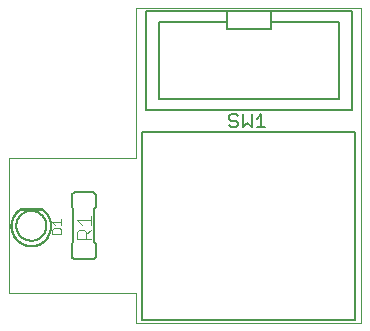
<source format=gto>
G75*
%MOIN*%
%OFA0B0*%
%FSLAX25Y25*%
%IPPOS*%
%LPD*%
%AMOC8*
5,1,8,0,0,1.08239X$1,22.5*
%
%ADD10C,0.00000*%
%ADD11C,0.00800*%
%ADD12C,0.00600*%
%ADD13C,0.00400*%
%ADD14C,0.00500*%
%ADD15C,0.00050*%
%ADD16C,0.00300*%
D10*
X0001000Y0011000D02*
X0043500Y0011000D01*
X0043500Y0001000D01*
X0118421Y0001000D01*
X0118419Y0106001D01*
X0118500Y0106000D02*
X0043500Y0106000D01*
X0043500Y0056000D01*
X0001000Y0056000D01*
X0001000Y0011000D01*
D11*
X0046630Y0071965D02*
X0046630Y0105035D01*
X0073587Y0105035D01*
X0088413Y0105035D01*
X0115370Y0105035D01*
X0115370Y0071965D01*
X0046630Y0071965D01*
X0051059Y0075606D02*
X0051059Y0101394D01*
X0073587Y0101394D01*
X0073587Y0098933D01*
X0088413Y0098933D01*
X0088413Y0101394D01*
X0110941Y0101394D01*
X0110941Y0075606D01*
X0051059Y0075606D01*
X0073587Y0101394D02*
X0073587Y0105035D01*
X0088413Y0105035D02*
X0088413Y0101394D01*
D12*
X0085070Y0070672D02*
X0085070Y0066269D01*
X0083602Y0066269D02*
X0086538Y0066269D01*
X0083602Y0069204D02*
X0085070Y0070672D01*
X0081934Y0070672D02*
X0081934Y0066269D01*
X0080466Y0067736D01*
X0078998Y0066269D01*
X0078998Y0070672D01*
X0077330Y0069938D02*
X0076596Y0070672D01*
X0075128Y0070672D01*
X0074394Y0069938D01*
X0074394Y0069204D01*
X0075128Y0068470D01*
X0076596Y0068470D01*
X0077330Y0067736D01*
X0077330Y0067002D01*
X0076596Y0066269D01*
X0075128Y0066269D01*
X0074394Y0067002D01*
X0045488Y0064681D02*
X0045488Y0001925D01*
X0116512Y0001925D01*
X0116512Y0064681D01*
X0045488Y0064681D01*
X0029000Y0044563D02*
X0023000Y0044563D01*
X0022940Y0044561D01*
X0022879Y0044556D01*
X0022820Y0044547D01*
X0022761Y0044534D01*
X0022702Y0044518D01*
X0022645Y0044498D01*
X0022590Y0044475D01*
X0022535Y0044448D01*
X0022483Y0044419D01*
X0022432Y0044386D01*
X0022383Y0044350D01*
X0022337Y0044312D01*
X0022293Y0044270D01*
X0022251Y0044226D01*
X0022213Y0044180D01*
X0022177Y0044131D01*
X0022144Y0044080D01*
X0022115Y0044028D01*
X0022088Y0043973D01*
X0022065Y0043918D01*
X0022045Y0043861D01*
X0022029Y0043802D01*
X0022016Y0043743D01*
X0022007Y0043684D01*
X0022002Y0043623D01*
X0022000Y0043563D01*
X0022000Y0039563D01*
X0022500Y0039063D01*
X0022500Y0027937D01*
X0022000Y0027437D01*
X0022000Y0023437D01*
X0022002Y0023377D01*
X0022007Y0023316D01*
X0022016Y0023257D01*
X0022029Y0023198D01*
X0022045Y0023139D01*
X0022065Y0023082D01*
X0022088Y0023027D01*
X0022115Y0022972D01*
X0022144Y0022920D01*
X0022177Y0022869D01*
X0022213Y0022820D01*
X0022251Y0022774D01*
X0022293Y0022730D01*
X0022337Y0022688D01*
X0022383Y0022650D01*
X0022432Y0022614D01*
X0022483Y0022581D01*
X0022535Y0022552D01*
X0022590Y0022525D01*
X0022645Y0022502D01*
X0022702Y0022482D01*
X0022761Y0022466D01*
X0022820Y0022453D01*
X0022879Y0022444D01*
X0022940Y0022439D01*
X0023000Y0022437D01*
X0029000Y0022437D01*
X0029060Y0022439D01*
X0029121Y0022444D01*
X0029180Y0022453D01*
X0029239Y0022466D01*
X0029298Y0022482D01*
X0029355Y0022502D01*
X0029410Y0022525D01*
X0029465Y0022552D01*
X0029517Y0022581D01*
X0029568Y0022614D01*
X0029617Y0022650D01*
X0029663Y0022688D01*
X0029707Y0022730D01*
X0029749Y0022774D01*
X0029787Y0022820D01*
X0029823Y0022869D01*
X0029856Y0022920D01*
X0029885Y0022972D01*
X0029912Y0023027D01*
X0029935Y0023082D01*
X0029955Y0023139D01*
X0029971Y0023198D01*
X0029984Y0023257D01*
X0029993Y0023316D01*
X0029998Y0023377D01*
X0030000Y0023437D01*
X0030000Y0027437D01*
X0029500Y0027937D01*
X0029500Y0039063D01*
X0030000Y0039563D01*
X0030000Y0043563D01*
X0029998Y0043623D01*
X0029993Y0043684D01*
X0029984Y0043743D01*
X0029971Y0043802D01*
X0029955Y0043861D01*
X0029935Y0043918D01*
X0029912Y0043973D01*
X0029885Y0044028D01*
X0029856Y0044080D01*
X0029823Y0044131D01*
X0029787Y0044180D01*
X0029749Y0044226D01*
X0029707Y0044270D01*
X0029663Y0044312D01*
X0029617Y0044350D01*
X0029568Y0044386D01*
X0029517Y0044419D01*
X0029465Y0044448D01*
X0029410Y0044475D01*
X0029355Y0044498D01*
X0029298Y0044518D01*
X0029239Y0044534D01*
X0029180Y0044547D01*
X0029121Y0044556D01*
X0029060Y0044561D01*
X0029000Y0044563D01*
D13*
X0028300Y0036769D02*
X0028300Y0033700D01*
X0028300Y0035235D02*
X0023696Y0035235D01*
X0025231Y0033700D01*
X0025998Y0032165D02*
X0024463Y0032165D01*
X0023696Y0031398D01*
X0023696Y0029096D01*
X0028300Y0029096D01*
X0026765Y0029096D02*
X0026765Y0031398D01*
X0025998Y0032165D01*
X0026765Y0030631D02*
X0028300Y0032165D01*
D14*
X0012400Y0038800D02*
X0004500Y0038800D01*
X0004937Y0039129D02*
X0012008Y0039129D01*
X0003500Y0033500D02*
X0003502Y0033641D01*
X0003508Y0033782D01*
X0003518Y0033922D01*
X0003532Y0034062D01*
X0003550Y0034202D01*
X0003571Y0034341D01*
X0003597Y0034480D01*
X0003626Y0034618D01*
X0003660Y0034754D01*
X0003697Y0034890D01*
X0003738Y0035025D01*
X0003783Y0035159D01*
X0003832Y0035291D01*
X0003884Y0035422D01*
X0003940Y0035551D01*
X0004000Y0035678D01*
X0004063Y0035804D01*
X0004129Y0035928D01*
X0004200Y0036051D01*
X0004273Y0036171D01*
X0004350Y0036289D01*
X0004430Y0036405D01*
X0004514Y0036518D01*
X0004600Y0036629D01*
X0004690Y0036738D01*
X0004783Y0036844D01*
X0004878Y0036947D01*
X0004977Y0037048D01*
X0005078Y0037146D01*
X0005182Y0037241D01*
X0005289Y0037333D01*
X0005398Y0037422D01*
X0005510Y0037507D01*
X0005624Y0037590D01*
X0005740Y0037670D01*
X0005859Y0037746D01*
X0005980Y0037818D01*
X0006102Y0037888D01*
X0006227Y0037953D01*
X0006353Y0038016D01*
X0006481Y0038074D01*
X0006611Y0038129D01*
X0006742Y0038181D01*
X0006875Y0038228D01*
X0007009Y0038272D01*
X0007144Y0038313D01*
X0007280Y0038349D01*
X0007417Y0038381D01*
X0007555Y0038410D01*
X0007693Y0038435D01*
X0007833Y0038455D01*
X0007973Y0038472D01*
X0008113Y0038485D01*
X0008254Y0038494D01*
X0008394Y0038499D01*
X0008535Y0038500D01*
X0008676Y0038497D01*
X0008817Y0038490D01*
X0008957Y0038479D01*
X0009097Y0038464D01*
X0009237Y0038445D01*
X0009376Y0038423D01*
X0009514Y0038396D01*
X0009652Y0038366D01*
X0009788Y0038331D01*
X0009924Y0038293D01*
X0010058Y0038251D01*
X0010192Y0038205D01*
X0010324Y0038156D01*
X0010454Y0038102D01*
X0010583Y0038045D01*
X0010710Y0037985D01*
X0010836Y0037921D01*
X0010959Y0037853D01*
X0011081Y0037782D01*
X0011201Y0037708D01*
X0011318Y0037630D01*
X0011433Y0037549D01*
X0011546Y0037465D01*
X0011657Y0037378D01*
X0011765Y0037287D01*
X0011870Y0037194D01*
X0011973Y0037097D01*
X0012073Y0036998D01*
X0012170Y0036896D01*
X0012264Y0036791D01*
X0012355Y0036684D01*
X0012443Y0036574D01*
X0012528Y0036462D01*
X0012610Y0036347D01*
X0012689Y0036230D01*
X0012764Y0036111D01*
X0012836Y0035990D01*
X0012904Y0035867D01*
X0012969Y0035742D01*
X0013031Y0035615D01*
X0013088Y0035486D01*
X0013143Y0035356D01*
X0013193Y0035225D01*
X0013240Y0035092D01*
X0013283Y0034958D01*
X0013322Y0034822D01*
X0013357Y0034686D01*
X0013389Y0034549D01*
X0013416Y0034411D01*
X0013440Y0034272D01*
X0013460Y0034132D01*
X0013476Y0033992D01*
X0013488Y0033852D01*
X0013496Y0033711D01*
X0013500Y0033570D01*
X0013500Y0033430D01*
X0013496Y0033289D01*
X0013488Y0033148D01*
X0013476Y0033008D01*
X0013460Y0032868D01*
X0013440Y0032728D01*
X0013416Y0032589D01*
X0013389Y0032451D01*
X0013357Y0032314D01*
X0013322Y0032178D01*
X0013283Y0032042D01*
X0013240Y0031908D01*
X0013193Y0031775D01*
X0013143Y0031644D01*
X0013088Y0031514D01*
X0013031Y0031385D01*
X0012969Y0031258D01*
X0012904Y0031133D01*
X0012836Y0031010D01*
X0012764Y0030889D01*
X0012689Y0030770D01*
X0012610Y0030653D01*
X0012528Y0030538D01*
X0012443Y0030426D01*
X0012355Y0030316D01*
X0012264Y0030209D01*
X0012170Y0030104D01*
X0012073Y0030002D01*
X0011973Y0029903D01*
X0011870Y0029806D01*
X0011765Y0029713D01*
X0011657Y0029622D01*
X0011546Y0029535D01*
X0011433Y0029451D01*
X0011318Y0029370D01*
X0011201Y0029292D01*
X0011081Y0029218D01*
X0010959Y0029147D01*
X0010836Y0029079D01*
X0010710Y0029015D01*
X0010583Y0028955D01*
X0010454Y0028898D01*
X0010324Y0028844D01*
X0010192Y0028795D01*
X0010058Y0028749D01*
X0009924Y0028707D01*
X0009788Y0028669D01*
X0009652Y0028634D01*
X0009514Y0028604D01*
X0009376Y0028577D01*
X0009237Y0028555D01*
X0009097Y0028536D01*
X0008957Y0028521D01*
X0008817Y0028510D01*
X0008676Y0028503D01*
X0008535Y0028500D01*
X0008394Y0028501D01*
X0008254Y0028506D01*
X0008113Y0028515D01*
X0007973Y0028528D01*
X0007833Y0028545D01*
X0007693Y0028565D01*
X0007555Y0028590D01*
X0007417Y0028619D01*
X0007280Y0028651D01*
X0007144Y0028687D01*
X0007009Y0028728D01*
X0006875Y0028772D01*
X0006742Y0028819D01*
X0006611Y0028871D01*
X0006481Y0028926D01*
X0006353Y0028984D01*
X0006227Y0029047D01*
X0006102Y0029112D01*
X0005980Y0029182D01*
X0005859Y0029254D01*
X0005740Y0029330D01*
X0005624Y0029410D01*
X0005510Y0029493D01*
X0005398Y0029578D01*
X0005289Y0029667D01*
X0005182Y0029759D01*
X0005078Y0029854D01*
X0004977Y0029952D01*
X0004878Y0030053D01*
X0004783Y0030156D01*
X0004690Y0030262D01*
X0004600Y0030371D01*
X0004514Y0030482D01*
X0004430Y0030595D01*
X0004350Y0030711D01*
X0004273Y0030829D01*
X0004200Y0030949D01*
X0004129Y0031072D01*
X0004063Y0031196D01*
X0004000Y0031322D01*
X0003940Y0031449D01*
X0003884Y0031578D01*
X0003832Y0031709D01*
X0003783Y0031841D01*
X0003738Y0031975D01*
X0003697Y0032110D01*
X0003660Y0032246D01*
X0003626Y0032382D01*
X0003597Y0032520D01*
X0003571Y0032659D01*
X0003550Y0032798D01*
X0003532Y0032938D01*
X0003518Y0033078D01*
X0003508Y0033218D01*
X0003502Y0033359D01*
X0003500Y0033500D01*
X0012009Y0039129D02*
X0012144Y0039036D01*
X0012278Y0038941D01*
X0012409Y0038841D01*
X0012537Y0038739D01*
X0012663Y0038634D01*
X0012787Y0038525D01*
X0012908Y0038414D01*
X0013026Y0038300D01*
X0013141Y0038183D01*
X0013254Y0038063D01*
X0013363Y0037940D01*
X0013470Y0037815D01*
X0013573Y0037688D01*
X0013674Y0037558D01*
X0013771Y0037425D01*
X0013865Y0037290D01*
X0013955Y0037153D01*
X0014043Y0037014D01*
X0014127Y0036873D01*
X0014207Y0036730D01*
X0014284Y0036584D01*
X0014358Y0036437D01*
X0014428Y0036289D01*
X0014494Y0036138D01*
X0014557Y0035986D01*
X0014616Y0035833D01*
X0014671Y0035678D01*
X0014723Y0035522D01*
X0014770Y0035365D01*
X0014814Y0035207D01*
X0014854Y0035047D01*
X0014890Y0034887D01*
X0014923Y0034726D01*
X0014951Y0034564D01*
X0014976Y0034402D01*
X0014996Y0034239D01*
X0015013Y0034075D01*
X0015026Y0033911D01*
X0015034Y0033747D01*
X0015039Y0033583D01*
X0015040Y0033419D01*
X0015037Y0033254D01*
X0015029Y0033090D01*
X0015018Y0032926D01*
X0015003Y0032763D01*
X0014984Y0032599D01*
X0014961Y0032437D01*
X0014934Y0032275D01*
X0014903Y0032113D01*
X0014869Y0031952D01*
X0014830Y0031793D01*
X0014788Y0031634D01*
X0014741Y0031476D01*
X0014691Y0031320D01*
X0014638Y0031165D01*
X0014580Y0031011D01*
X0014519Y0030858D01*
X0014454Y0030707D01*
X0014385Y0030558D01*
X0014313Y0030410D01*
X0014238Y0030264D01*
X0014158Y0030120D01*
X0014076Y0029978D01*
X0013990Y0029838D01*
X0013900Y0029700D01*
X0003500Y0033500D02*
X0003502Y0033641D01*
X0003508Y0033782D01*
X0003518Y0033922D01*
X0003532Y0034062D01*
X0003550Y0034202D01*
X0003571Y0034341D01*
X0003597Y0034480D01*
X0003626Y0034618D01*
X0003660Y0034754D01*
X0003697Y0034890D01*
X0003738Y0035025D01*
X0003783Y0035159D01*
X0003832Y0035291D01*
X0003884Y0035422D01*
X0003940Y0035551D01*
X0004000Y0035678D01*
X0004063Y0035804D01*
X0004129Y0035928D01*
X0004200Y0036051D01*
X0004273Y0036171D01*
X0004350Y0036289D01*
X0004430Y0036405D01*
X0004514Y0036518D01*
X0004600Y0036629D01*
X0004690Y0036738D01*
X0004783Y0036844D01*
X0004878Y0036947D01*
X0004977Y0037048D01*
X0005078Y0037146D01*
X0005182Y0037241D01*
X0005289Y0037333D01*
X0005398Y0037422D01*
X0005510Y0037507D01*
X0005624Y0037590D01*
X0005740Y0037670D01*
X0005859Y0037746D01*
X0005980Y0037818D01*
X0006102Y0037888D01*
X0006227Y0037953D01*
X0006353Y0038016D01*
X0006481Y0038074D01*
X0006611Y0038129D01*
X0006742Y0038181D01*
X0006875Y0038228D01*
X0007009Y0038272D01*
X0007144Y0038313D01*
X0007280Y0038349D01*
X0007417Y0038381D01*
X0007555Y0038410D01*
X0007693Y0038435D01*
X0007833Y0038455D01*
X0007973Y0038472D01*
X0008113Y0038485D01*
X0008254Y0038494D01*
X0008394Y0038499D01*
X0008535Y0038500D01*
X0008676Y0038497D01*
X0008817Y0038490D01*
X0008957Y0038479D01*
X0009097Y0038464D01*
X0009237Y0038445D01*
X0009376Y0038423D01*
X0009514Y0038396D01*
X0009652Y0038366D01*
X0009788Y0038331D01*
X0009924Y0038293D01*
X0010058Y0038251D01*
X0010192Y0038205D01*
X0010324Y0038156D01*
X0010454Y0038102D01*
X0010583Y0038045D01*
X0010710Y0037985D01*
X0010836Y0037921D01*
X0010959Y0037853D01*
X0011081Y0037782D01*
X0011201Y0037708D01*
X0011318Y0037630D01*
X0011433Y0037549D01*
X0011546Y0037465D01*
X0011657Y0037378D01*
X0011765Y0037287D01*
X0011870Y0037194D01*
X0011973Y0037097D01*
X0012073Y0036998D01*
X0012170Y0036896D01*
X0012264Y0036791D01*
X0012355Y0036684D01*
X0012443Y0036574D01*
X0012528Y0036462D01*
X0012610Y0036347D01*
X0012689Y0036230D01*
X0012764Y0036111D01*
X0012836Y0035990D01*
X0012904Y0035867D01*
X0012969Y0035742D01*
X0013031Y0035615D01*
X0013088Y0035486D01*
X0013143Y0035356D01*
X0013193Y0035225D01*
X0013240Y0035092D01*
X0013283Y0034958D01*
X0013322Y0034822D01*
X0013357Y0034686D01*
X0013389Y0034549D01*
X0013416Y0034411D01*
X0013440Y0034272D01*
X0013460Y0034132D01*
X0013476Y0033992D01*
X0013488Y0033852D01*
X0013496Y0033711D01*
X0013500Y0033570D01*
X0013500Y0033430D01*
X0013496Y0033289D01*
X0013488Y0033148D01*
X0013476Y0033008D01*
X0013460Y0032868D01*
X0013440Y0032728D01*
X0013416Y0032589D01*
X0013389Y0032451D01*
X0013357Y0032314D01*
X0013322Y0032178D01*
X0013283Y0032042D01*
X0013240Y0031908D01*
X0013193Y0031775D01*
X0013143Y0031644D01*
X0013088Y0031514D01*
X0013031Y0031385D01*
X0012969Y0031258D01*
X0012904Y0031133D01*
X0012836Y0031010D01*
X0012764Y0030889D01*
X0012689Y0030770D01*
X0012610Y0030653D01*
X0012528Y0030538D01*
X0012443Y0030426D01*
X0012355Y0030316D01*
X0012264Y0030209D01*
X0012170Y0030104D01*
X0012073Y0030002D01*
X0011973Y0029903D01*
X0011870Y0029806D01*
X0011765Y0029713D01*
X0011657Y0029622D01*
X0011546Y0029535D01*
X0011433Y0029451D01*
X0011318Y0029370D01*
X0011201Y0029292D01*
X0011081Y0029218D01*
X0010959Y0029147D01*
X0010836Y0029079D01*
X0010710Y0029015D01*
X0010583Y0028955D01*
X0010454Y0028898D01*
X0010324Y0028844D01*
X0010192Y0028795D01*
X0010058Y0028749D01*
X0009924Y0028707D01*
X0009788Y0028669D01*
X0009652Y0028634D01*
X0009514Y0028604D01*
X0009376Y0028577D01*
X0009237Y0028555D01*
X0009097Y0028536D01*
X0008957Y0028521D01*
X0008817Y0028510D01*
X0008676Y0028503D01*
X0008535Y0028500D01*
X0008394Y0028501D01*
X0008254Y0028506D01*
X0008113Y0028515D01*
X0007973Y0028528D01*
X0007833Y0028545D01*
X0007693Y0028565D01*
X0007555Y0028590D01*
X0007417Y0028619D01*
X0007280Y0028651D01*
X0007144Y0028687D01*
X0007009Y0028728D01*
X0006875Y0028772D01*
X0006742Y0028819D01*
X0006611Y0028871D01*
X0006481Y0028926D01*
X0006353Y0028984D01*
X0006227Y0029047D01*
X0006102Y0029112D01*
X0005980Y0029182D01*
X0005859Y0029254D01*
X0005740Y0029330D01*
X0005624Y0029410D01*
X0005510Y0029493D01*
X0005398Y0029578D01*
X0005289Y0029667D01*
X0005182Y0029759D01*
X0005078Y0029854D01*
X0004977Y0029952D01*
X0004878Y0030053D01*
X0004783Y0030156D01*
X0004690Y0030262D01*
X0004600Y0030371D01*
X0004514Y0030482D01*
X0004430Y0030595D01*
X0004350Y0030711D01*
X0004273Y0030829D01*
X0004200Y0030949D01*
X0004129Y0031072D01*
X0004063Y0031196D01*
X0004000Y0031322D01*
X0003940Y0031449D01*
X0003884Y0031578D01*
X0003832Y0031709D01*
X0003783Y0031841D01*
X0003738Y0031975D01*
X0003697Y0032110D01*
X0003660Y0032246D01*
X0003626Y0032382D01*
X0003597Y0032520D01*
X0003571Y0032659D01*
X0003550Y0032798D01*
X0003532Y0032938D01*
X0003518Y0033078D01*
X0003508Y0033218D01*
X0003502Y0033359D01*
X0003500Y0033500D01*
X0012009Y0039129D02*
X0012144Y0039036D01*
X0012278Y0038941D01*
X0012409Y0038841D01*
X0012537Y0038739D01*
X0012663Y0038634D01*
X0012787Y0038525D01*
X0012908Y0038414D01*
X0013026Y0038300D01*
X0013141Y0038183D01*
X0013254Y0038063D01*
X0013363Y0037940D01*
X0013470Y0037815D01*
X0013573Y0037688D01*
X0013674Y0037558D01*
X0013771Y0037425D01*
X0013865Y0037290D01*
X0013955Y0037153D01*
X0014043Y0037014D01*
X0014127Y0036873D01*
X0014207Y0036730D01*
X0014284Y0036584D01*
X0014358Y0036437D01*
X0014428Y0036289D01*
X0014494Y0036138D01*
X0014557Y0035986D01*
X0014616Y0035833D01*
X0014671Y0035678D01*
X0014723Y0035522D01*
X0014770Y0035365D01*
X0014814Y0035207D01*
X0014854Y0035047D01*
X0014890Y0034887D01*
X0014923Y0034726D01*
X0014951Y0034564D01*
X0014976Y0034402D01*
X0014996Y0034239D01*
X0015013Y0034075D01*
X0015026Y0033911D01*
X0015034Y0033747D01*
X0015039Y0033583D01*
X0015040Y0033419D01*
X0015037Y0033254D01*
X0015029Y0033090D01*
X0015018Y0032926D01*
X0015003Y0032763D01*
X0014984Y0032599D01*
X0014961Y0032437D01*
X0014934Y0032275D01*
X0014903Y0032113D01*
X0014869Y0031952D01*
X0014830Y0031793D01*
X0014788Y0031634D01*
X0014741Y0031476D01*
X0014691Y0031320D01*
X0014638Y0031165D01*
X0014580Y0031011D01*
X0014519Y0030858D01*
X0014454Y0030707D01*
X0014385Y0030558D01*
X0014313Y0030410D01*
X0014238Y0030264D01*
X0014158Y0030120D01*
X0014076Y0029978D01*
X0013990Y0029838D01*
X0013900Y0029700D01*
D15*
X0004799Y0039307D02*
X0005034Y0038923D01*
X0005034Y0038924D02*
X0004899Y0038838D01*
X0004766Y0038749D01*
X0004635Y0038657D01*
X0004507Y0038561D01*
X0004382Y0038463D01*
X0004258Y0038361D01*
X0004138Y0038256D01*
X0004020Y0038149D01*
X0003904Y0038038D01*
X0003792Y0037925D01*
X0003682Y0037808D01*
X0003575Y0037690D01*
X0003471Y0037568D01*
X0003371Y0037444D01*
X0003273Y0037318D01*
X0003179Y0037189D01*
X0003087Y0037057D01*
X0003000Y0036924D01*
X0002915Y0036788D01*
X0002834Y0036651D01*
X0002756Y0036511D01*
X0002682Y0036370D01*
X0002611Y0036226D01*
X0002544Y0036081D01*
X0002481Y0035935D01*
X0002421Y0035786D01*
X0002365Y0035637D01*
X0002312Y0035486D01*
X0002264Y0035334D01*
X0002219Y0035180D01*
X0002178Y0035026D01*
X0002141Y0034870D01*
X0002108Y0034714D01*
X0002078Y0034557D01*
X0002053Y0034399D01*
X0002031Y0034241D01*
X0002014Y0034082D01*
X0002000Y0033923D01*
X0001990Y0033763D01*
X0001985Y0033604D01*
X0001983Y0033444D01*
X0001985Y0033284D01*
X0001992Y0033125D01*
X0002002Y0032965D01*
X0002016Y0032806D01*
X0002034Y0032647D01*
X0002056Y0032489D01*
X0002082Y0032331D01*
X0002112Y0032174D01*
X0002146Y0032018D01*
X0002183Y0031863D01*
X0002225Y0031708D01*
X0002270Y0031555D01*
X0002319Y0031403D01*
X0002372Y0031252D01*
X0002429Y0031103D01*
X0002489Y0030955D01*
X0002553Y0030809D01*
X0002621Y0030664D01*
X0002692Y0030521D01*
X0002767Y0030379D01*
X0002845Y0030240D01*
X0002927Y0030103D01*
X0003012Y0029967D01*
X0003100Y0029834D01*
X0003192Y0029703D01*
X0003286Y0029575D01*
X0003384Y0029449D01*
X0003486Y0029325D01*
X0003590Y0029204D01*
X0003697Y0029085D01*
X0003807Y0028970D01*
X0003920Y0028856D01*
X0004036Y0028746D01*
X0004154Y0028639D01*
X0004275Y0028535D01*
X0004399Y0028433D01*
X0004525Y0028335D01*
X0004653Y0028240D01*
X0004784Y0028148D01*
X0004917Y0028060D01*
X0005052Y0027975D01*
X0005190Y0027893D01*
X0005329Y0027815D01*
X0005470Y0027740D01*
X0005613Y0027668D01*
X0005758Y0027601D01*
X0005904Y0027537D01*
X0006052Y0027476D01*
X0006202Y0027419D01*
X0006352Y0027366D01*
X0006504Y0027317D01*
X0006657Y0027272D01*
X0006812Y0027230D01*
X0006967Y0027192D01*
X0007123Y0027158D01*
X0007280Y0027128D01*
X0007438Y0027102D01*
X0007596Y0027080D01*
X0007755Y0027061D01*
X0007914Y0027047D01*
X0008073Y0027037D01*
X0008233Y0027030D01*
X0008393Y0027028D01*
X0008553Y0027030D01*
X0008712Y0027035D01*
X0008872Y0027045D01*
X0009031Y0027058D01*
X0009190Y0027075D01*
X0009348Y0027097D01*
X0009506Y0027122D01*
X0009663Y0027151D01*
X0009819Y0027184D01*
X0009975Y0027221D01*
X0010129Y0027262D01*
X0010283Y0027307D01*
X0010435Y0027355D01*
X0010586Y0027408D01*
X0010736Y0027464D01*
X0010884Y0027523D01*
X0011031Y0027587D01*
X0011176Y0027654D01*
X0011319Y0027724D01*
X0011461Y0027798D01*
X0011600Y0027876D01*
X0011738Y0027957D01*
X0011874Y0028041D01*
X0012007Y0028129D01*
X0012139Y0028220D01*
X0012268Y0028314D01*
X0012394Y0028412D01*
X0012518Y0028512D01*
X0012640Y0028616D01*
X0012759Y0028723D01*
X0012875Y0028832D01*
X0012989Y0028945D01*
X0013099Y0029060D01*
X0013207Y0029178D01*
X0013312Y0029299D01*
X0013414Y0029422D01*
X0013513Y0029547D01*
X0013608Y0029675D01*
X0013701Y0029806D01*
X0014071Y0029552D01*
X0014072Y0029552D01*
X0013975Y0029414D01*
X0013874Y0029279D01*
X0013770Y0029146D01*
X0013662Y0029016D01*
X0013552Y0028889D01*
X0013439Y0028764D01*
X0013322Y0028642D01*
X0013202Y0028523D01*
X0013080Y0028407D01*
X0012955Y0028294D01*
X0012827Y0028184D01*
X0012696Y0028077D01*
X0012563Y0027974D01*
X0012428Y0027874D01*
X0012290Y0027777D01*
X0012149Y0027683D01*
X0012006Y0027593D01*
X0011862Y0027507D01*
X0011715Y0027424D01*
X0011566Y0027345D01*
X0011415Y0027269D01*
X0011262Y0027197D01*
X0011108Y0027129D01*
X0010952Y0027065D01*
X0010795Y0027005D01*
X0010636Y0026948D01*
X0010476Y0026896D01*
X0010314Y0026847D01*
X0010152Y0026802D01*
X0009988Y0026761D01*
X0009823Y0026725D01*
X0009658Y0026692D01*
X0009492Y0026664D01*
X0009325Y0026639D01*
X0009157Y0026619D01*
X0008990Y0026602D01*
X0008821Y0026590D01*
X0008653Y0026582D01*
X0008484Y0026578D01*
X0008316Y0026579D01*
X0008147Y0026583D01*
X0007979Y0026592D01*
X0007810Y0026604D01*
X0007643Y0026621D01*
X0007475Y0026642D01*
X0007309Y0026667D01*
X0007142Y0026696D01*
X0006977Y0026729D01*
X0006813Y0026766D01*
X0006649Y0026807D01*
X0006486Y0026852D01*
X0006325Y0026902D01*
X0006165Y0026955D01*
X0006006Y0027012D01*
X0005849Y0027073D01*
X0005693Y0027137D01*
X0005539Y0027206D01*
X0005387Y0027278D01*
X0005236Y0027354D01*
X0005088Y0027434D01*
X0004941Y0027517D01*
X0004796Y0027604D01*
X0004654Y0027694D01*
X0004514Y0027788D01*
X0004376Y0027885D01*
X0004241Y0027986D01*
X0004108Y0028090D01*
X0003978Y0028197D01*
X0003850Y0028307D01*
X0003725Y0028421D01*
X0003603Y0028537D01*
X0003484Y0028656D01*
X0003368Y0028779D01*
X0003255Y0028904D01*
X0003145Y0029031D01*
X0003038Y0029162D01*
X0002934Y0029295D01*
X0002834Y0029430D01*
X0002737Y0029568D01*
X0002643Y0029709D01*
X0002553Y0029851D01*
X0002466Y0029996D01*
X0002383Y0030143D01*
X0002304Y0030291D01*
X0002228Y0030442D01*
X0002156Y0030595D01*
X0002088Y0030749D01*
X0002023Y0030905D01*
X0001963Y0031062D01*
X0001906Y0031221D01*
X0001853Y0031381D01*
X0001804Y0031542D01*
X0001759Y0031705D01*
X0001718Y0031869D01*
X0001682Y0032033D01*
X0001649Y0032199D01*
X0001620Y0032365D01*
X0001595Y0032532D01*
X0001575Y0032699D01*
X0001558Y0032867D01*
X0001546Y0033035D01*
X0001538Y0033203D01*
X0001534Y0033372D01*
X0001534Y0033541D01*
X0001538Y0033709D01*
X0001546Y0033878D01*
X0001558Y0034046D01*
X0001575Y0034214D01*
X0001596Y0034381D01*
X0001620Y0034548D01*
X0001649Y0034714D01*
X0001682Y0034879D01*
X0001719Y0035044D01*
X0001760Y0035208D01*
X0001805Y0035370D01*
X0001854Y0035532D01*
X0001907Y0035692D01*
X0001964Y0035850D01*
X0002024Y0036008D01*
X0002089Y0036164D01*
X0002157Y0036318D01*
X0002229Y0036470D01*
X0002305Y0036621D01*
X0002385Y0036770D01*
X0002468Y0036916D01*
X0002554Y0037061D01*
X0002644Y0037204D01*
X0002738Y0037344D01*
X0002835Y0037482D01*
X0002936Y0037617D01*
X0003039Y0037750D01*
X0003146Y0037881D01*
X0003256Y0038008D01*
X0003370Y0038133D01*
X0003486Y0038256D01*
X0003605Y0038375D01*
X0003727Y0038491D01*
X0003852Y0038605D01*
X0003980Y0038715D01*
X0004110Y0038822D01*
X0004243Y0038926D01*
X0004378Y0039026D01*
X0004516Y0039123D01*
X0004656Y0039217D01*
X0004799Y0039307D01*
X0004823Y0039267D01*
X0004682Y0039178D01*
X0004543Y0039085D01*
X0004406Y0038988D01*
X0004271Y0038888D01*
X0004139Y0038785D01*
X0004010Y0038679D01*
X0003883Y0038569D01*
X0003759Y0038457D01*
X0003638Y0038341D01*
X0003519Y0038223D01*
X0003404Y0038101D01*
X0003292Y0037977D01*
X0003182Y0037850D01*
X0003076Y0037721D01*
X0002973Y0037589D01*
X0002873Y0037454D01*
X0002777Y0037317D01*
X0002684Y0037178D01*
X0002594Y0037036D01*
X0002508Y0036893D01*
X0002426Y0036747D01*
X0002347Y0036599D01*
X0002271Y0036450D01*
X0002200Y0036298D01*
X0002132Y0036145D01*
X0002068Y0035990D01*
X0002008Y0035834D01*
X0001951Y0035676D01*
X0001899Y0035517D01*
X0001850Y0035357D01*
X0001805Y0035196D01*
X0001765Y0035033D01*
X0001728Y0034870D01*
X0001695Y0034705D01*
X0001667Y0034540D01*
X0001642Y0034375D01*
X0001622Y0034208D01*
X0001605Y0034042D01*
X0001593Y0033875D01*
X0001585Y0033707D01*
X0001581Y0033540D01*
X0001580Y0033372D01*
X0001585Y0033205D01*
X0001593Y0033038D01*
X0001605Y0032871D01*
X0001621Y0032704D01*
X0001642Y0032538D01*
X0001666Y0032372D01*
X0001695Y0032207D01*
X0001728Y0032043D01*
X0001764Y0031879D01*
X0001805Y0031717D01*
X0001849Y0031555D01*
X0001898Y0031395D01*
X0001950Y0031236D01*
X0002007Y0031078D01*
X0002067Y0030922D01*
X0002131Y0030767D01*
X0002199Y0030614D01*
X0002270Y0030463D01*
X0002346Y0030313D01*
X0002424Y0030165D01*
X0002507Y0030019D01*
X0002593Y0029876D01*
X0002682Y0029734D01*
X0002775Y0029595D01*
X0002872Y0029458D01*
X0002971Y0029323D01*
X0003074Y0029191D01*
X0003181Y0029062D01*
X0003290Y0028935D01*
X0003402Y0028810D01*
X0003518Y0028689D01*
X0003636Y0028571D01*
X0003757Y0028455D01*
X0003881Y0028342D01*
X0004008Y0028233D01*
X0004137Y0028126D01*
X0004269Y0028023D01*
X0004404Y0027923D01*
X0004541Y0027827D01*
X0004680Y0027734D01*
X0004821Y0027644D01*
X0004965Y0027558D01*
X0005110Y0027475D01*
X0005258Y0027396D01*
X0005408Y0027320D01*
X0005559Y0027249D01*
X0005712Y0027181D01*
X0005867Y0027116D01*
X0006023Y0027056D01*
X0006180Y0026999D01*
X0006339Y0026946D01*
X0006500Y0026898D01*
X0006661Y0026853D01*
X0006823Y0026812D01*
X0006987Y0026775D01*
X0007151Y0026742D01*
X0007316Y0026713D01*
X0007482Y0026688D01*
X0007648Y0026668D01*
X0007814Y0026651D01*
X0007982Y0026638D01*
X0008149Y0026630D01*
X0008316Y0026626D01*
X0008484Y0026625D01*
X0008651Y0026629D01*
X0008818Y0026637D01*
X0008986Y0026649D01*
X0009152Y0026665D01*
X0009318Y0026686D01*
X0009484Y0026710D01*
X0009649Y0026738D01*
X0009814Y0026771D01*
X0009977Y0026807D01*
X0010140Y0026848D01*
X0010301Y0026892D01*
X0010461Y0026940D01*
X0010621Y0026993D01*
X0010778Y0027049D01*
X0010935Y0027109D01*
X0011090Y0027173D01*
X0011243Y0027240D01*
X0011394Y0027312D01*
X0011544Y0027387D01*
X0011692Y0027465D01*
X0011838Y0027548D01*
X0011982Y0027633D01*
X0012123Y0027723D01*
X0012263Y0027815D01*
X0012400Y0027912D01*
X0012535Y0028011D01*
X0012667Y0028114D01*
X0012797Y0028220D01*
X0012924Y0028329D01*
X0013048Y0028441D01*
X0013170Y0028557D01*
X0013288Y0028675D01*
X0013404Y0028796D01*
X0013517Y0028920D01*
X0013626Y0029046D01*
X0013733Y0029175D01*
X0013836Y0029307D01*
X0013936Y0029442D01*
X0014033Y0029578D01*
X0013994Y0029605D01*
X0013898Y0029469D01*
X0013799Y0029336D01*
X0013696Y0029205D01*
X0013590Y0029076D01*
X0013482Y0028951D01*
X0013370Y0028828D01*
X0013255Y0028708D01*
X0013137Y0028590D01*
X0013016Y0028476D01*
X0012893Y0028364D01*
X0012766Y0028256D01*
X0012638Y0028151D01*
X0012506Y0028049D01*
X0012372Y0027950D01*
X0012236Y0027854D01*
X0012098Y0027762D01*
X0011957Y0027673D01*
X0011814Y0027588D01*
X0011669Y0027506D01*
X0011523Y0027428D01*
X0011374Y0027354D01*
X0011223Y0027283D01*
X0011071Y0027216D01*
X0010917Y0027152D01*
X0010762Y0027093D01*
X0010605Y0027037D01*
X0010447Y0026985D01*
X0010288Y0026937D01*
X0010128Y0026893D01*
X0009966Y0026853D01*
X0009804Y0026817D01*
X0009641Y0026785D01*
X0009477Y0026756D01*
X0009312Y0026732D01*
X0009147Y0026712D01*
X0008981Y0026696D01*
X0008816Y0026684D01*
X0008649Y0026676D01*
X0008483Y0026672D01*
X0008317Y0026673D01*
X0008151Y0026677D01*
X0007984Y0026685D01*
X0007819Y0026698D01*
X0007653Y0026714D01*
X0007488Y0026735D01*
X0007323Y0026760D01*
X0007160Y0026788D01*
X0006996Y0026821D01*
X0006834Y0026858D01*
X0006673Y0026898D01*
X0006513Y0026943D01*
X0006354Y0026991D01*
X0006196Y0027044D01*
X0006039Y0027100D01*
X0005884Y0027160D01*
X0005730Y0027224D01*
X0005578Y0027291D01*
X0005428Y0027363D01*
X0005280Y0027438D01*
X0005133Y0027516D01*
X0004988Y0027598D01*
X0004846Y0027684D01*
X0004705Y0027773D01*
X0004567Y0027866D01*
X0004431Y0027961D01*
X0004298Y0028061D01*
X0004167Y0028163D01*
X0004038Y0028269D01*
X0003912Y0028378D01*
X0003789Y0028489D01*
X0003669Y0028604D01*
X0003551Y0028722D01*
X0003437Y0028842D01*
X0003325Y0028966D01*
X0003217Y0029092D01*
X0003111Y0029220D01*
X0003009Y0029352D01*
X0002910Y0029485D01*
X0002814Y0029621D01*
X0002722Y0029760D01*
X0002633Y0029900D01*
X0002548Y0030043D01*
X0002466Y0030188D01*
X0002387Y0030335D01*
X0002313Y0030483D01*
X0002242Y0030634D01*
X0002174Y0030786D01*
X0002111Y0030939D01*
X0002051Y0031095D01*
X0001995Y0031251D01*
X0001943Y0031409D01*
X0001895Y0031568D01*
X0001850Y0031729D01*
X0001810Y0031890D01*
X0001774Y0032052D01*
X0001741Y0032216D01*
X0001713Y0032379D01*
X0001688Y0032544D01*
X0001668Y0032709D01*
X0001652Y0032875D01*
X0001640Y0033041D01*
X0001632Y0033207D01*
X0001627Y0033373D01*
X0001628Y0033539D01*
X0001632Y0033706D01*
X0001640Y0033872D01*
X0001652Y0034038D01*
X0001668Y0034203D01*
X0001689Y0034368D01*
X0001713Y0034533D01*
X0001742Y0034697D01*
X0001774Y0034860D01*
X0001811Y0035022D01*
X0001851Y0035183D01*
X0001895Y0035344D01*
X0001944Y0035503D01*
X0001996Y0035661D01*
X0002052Y0035818D01*
X0002112Y0035973D01*
X0002175Y0036126D01*
X0002243Y0036278D01*
X0002314Y0036429D01*
X0002388Y0036577D01*
X0002467Y0036724D01*
X0002549Y0036869D01*
X0002634Y0037012D01*
X0002723Y0037152D01*
X0002816Y0037290D01*
X0002911Y0037427D01*
X0003010Y0037560D01*
X0003113Y0037691D01*
X0003218Y0037820D01*
X0003327Y0037946D01*
X0003438Y0038069D01*
X0003553Y0038190D01*
X0003671Y0038307D01*
X0003791Y0038422D01*
X0003914Y0038534D01*
X0004040Y0038643D01*
X0004169Y0038748D01*
X0004300Y0038851D01*
X0004433Y0038950D01*
X0004569Y0039046D01*
X0004707Y0039138D01*
X0004848Y0039227D01*
X0004872Y0039187D01*
X0004733Y0039099D01*
X0004596Y0039007D01*
X0004461Y0038912D01*
X0004328Y0038813D01*
X0004198Y0038712D01*
X0004070Y0038607D01*
X0003945Y0038499D01*
X0003823Y0038388D01*
X0003703Y0038274D01*
X0003586Y0038157D01*
X0003473Y0038037D01*
X0003362Y0037915D01*
X0003254Y0037790D01*
X0003149Y0037662D01*
X0003048Y0037532D01*
X0002949Y0037399D01*
X0002854Y0037264D01*
X0002762Y0037126D01*
X0002674Y0036987D01*
X0002589Y0036845D01*
X0002508Y0036701D01*
X0002430Y0036556D01*
X0002356Y0036408D01*
X0002285Y0036259D01*
X0002218Y0036108D01*
X0002155Y0035955D01*
X0002096Y0035801D01*
X0002040Y0035646D01*
X0001988Y0035489D01*
X0001940Y0035331D01*
X0001896Y0035171D01*
X0001856Y0035011D01*
X0001820Y0034850D01*
X0001788Y0034688D01*
X0001760Y0034525D01*
X0001735Y0034362D01*
X0001715Y0034198D01*
X0001699Y0034034D01*
X0001687Y0033869D01*
X0001679Y0033704D01*
X0001675Y0033539D01*
X0001674Y0033373D01*
X0001679Y0033208D01*
X0001687Y0033043D01*
X0001699Y0032879D01*
X0001715Y0032714D01*
X0001735Y0032550D01*
X0001759Y0032387D01*
X0001787Y0032224D01*
X0001820Y0032062D01*
X0001856Y0031901D01*
X0001896Y0031741D01*
X0001940Y0031581D01*
X0001988Y0031423D01*
X0002039Y0031267D01*
X0002095Y0031111D01*
X0002154Y0030957D01*
X0002218Y0030804D01*
X0002284Y0030653D01*
X0002355Y0030504D01*
X0002429Y0030356D01*
X0002507Y0030210D01*
X0002588Y0030067D01*
X0002673Y0029925D01*
X0002761Y0029785D01*
X0002853Y0029648D01*
X0002948Y0029513D01*
X0003046Y0029380D01*
X0003148Y0029250D01*
X0003253Y0029122D01*
X0003360Y0028997D01*
X0003471Y0028874D01*
X0003585Y0028755D01*
X0003702Y0028638D01*
X0003821Y0028524D01*
X0003944Y0028413D01*
X0004069Y0028305D01*
X0004196Y0028200D01*
X0004326Y0028098D01*
X0004459Y0028000D01*
X0004594Y0027904D01*
X0004731Y0027812D01*
X0004870Y0027724D01*
X0005012Y0027639D01*
X0005156Y0027557D01*
X0005301Y0027479D01*
X0005449Y0027405D01*
X0005598Y0027334D01*
X0005749Y0027267D01*
X0005901Y0027204D01*
X0006056Y0027144D01*
X0006211Y0027088D01*
X0006368Y0027036D01*
X0006526Y0026988D01*
X0006685Y0026944D01*
X0006845Y0026903D01*
X0007006Y0026867D01*
X0007168Y0026834D01*
X0007331Y0026806D01*
X0007494Y0026782D01*
X0007658Y0026761D01*
X0007823Y0026745D01*
X0007987Y0026732D01*
X0008152Y0026724D01*
X0008317Y0026720D01*
X0008483Y0026719D01*
X0008648Y0026723D01*
X0008813Y0026731D01*
X0008977Y0026743D01*
X0009142Y0026759D01*
X0009306Y0026779D01*
X0009469Y0026803D01*
X0009632Y0026831D01*
X0009794Y0026863D01*
X0009955Y0026899D01*
X0010116Y0026939D01*
X0010275Y0026982D01*
X0010433Y0027030D01*
X0010590Y0027082D01*
X0010746Y0027137D01*
X0010900Y0027196D01*
X0011053Y0027259D01*
X0011204Y0027326D01*
X0011353Y0027396D01*
X0011501Y0027470D01*
X0011647Y0027548D01*
X0011791Y0027629D01*
X0011932Y0027713D01*
X0012072Y0027801D01*
X0012210Y0027893D01*
X0012345Y0027988D01*
X0012478Y0028086D01*
X0012608Y0028187D01*
X0012736Y0028292D01*
X0012861Y0028399D01*
X0012984Y0028510D01*
X0013104Y0028624D01*
X0013221Y0028740D01*
X0013335Y0028860D01*
X0013446Y0028982D01*
X0013554Y0029107D01*
X0013660Y0029234D01*
X0013761Y0029364D01*
X0013860Y0029497D01*
X0013956Y0029631D01*
X0013917Y0029658D01*
X0013822Y0029524D01*
X0013724Y0029393D01*
X0013623Y0029263D01*
X0013518Y0029137D01*
X0013411Y0029013D01*
X0013301Y0028892D01*
X0013187Y0028773D01*
X0013071Y0028657D01*
X0012952Y0028544D01*
X0012830Y0028435D01*
X0012706Y0028328D01*
X0012579Y0028224D01*
X0012449Y0028123D01*
X0012317Y0028026D01*
X0012183Y0027932D01*
X0012046Y0027841D01*
X0011908Y0027753D01*
X0011767Y0027669D01*
X0011624Y0027589D01*
X0011479Y0027512D01*
X0011332Y0027438D01*
X0011184Y0027368D01*
X0011034Y0027302D01*
X0010882Y0027240D01*
X0010729Y0027181D01*
X0010575Y0027126D01*
X0010419Y0027075D01*
X0010262Y0027027D01*
X0010104Y0026984D01*
X0009944Y0026944D01*
X0009784Y0026909D01*
X0009623Y0026877D01*
X0009462Y0026849D01*
X0009299Y0026825D01*
X0009137Y0026806D01*
X0008973Y0026790D01*
X0008810Y0026778D01*
X0008646Y0026770D01*
X0008482Y0026766D01*
X0008318Y0026767D01*
X0008154Y0026771D01*
X0007990Y0026779D01*
X0007827Y0026791D01*
X0007663Y0026808D01*
X0007501Y0026828D01*
X0007338Y0026852D01*
X0007177Y0026881D01*
X0007016Y0026913D01*
X0006856Y0026949D01*
X0006697Y0026989D01*
X0006539Y0027033D01*
X0006382Y0027081D01*
X0006226Y0027132D01*
X0006072Y0027188D01*
X0005919Y0027247D01*
X0005767Y0027310D01*
X0005618Y0027377D01*
X0005469Y0027447D01*
X0005323Y0027521D01*
X0005178Y0027598D01*
X0005036Y0027679D01*
X0004895Y0027764D01*
X0004757Y0027852D01*
X0004620Y0027943D01*
X0004486Y0028038D01*
X0004355Y0028135D01*
X0004226Y0028237D01*
X0004099Y0028341D01*
X0003975Y0028448D01*
X0003853Y0028558D01*
X0003735Y0028671D01*
X0003619Y0028787D01*
X0003506Y0028906D01*
X0003396Y0029028D01*
X0003289Y0029152D01*
X0003185Y0029279D01*
X0003084Y0029409D01*
X0002986Y0029540D01*
X0002892Y0029674D01*
X0002801Y0029811D01*
X0002713Y0029950D01*
X0002629Y0030090D01*
X0002548Y0030233D01*
X0002471Y0030378D01*
X0002397Y0030524D01*
X0002327Y0030673D01*
X0002261Y0030823D01*
X0002198Y0030974D01*
X0002139Y0031127D01*
X0002084Y0031282D01*
X0002033Y0031438D01*
X0001985Y0031594D01*
X0001941Y0031753D01*
X0001901Y0031912D01*
X0001866Y0032072D01*
X0001834Y0032233D01*
X0001806Y0032394D01*
X0001782Y0032557D01*
X0001762Y0032719D01*
X0001746Y0032883D01*
X0001734Y0033046D01*
X0001725Y0033210D01*
X0001721Y0033374D01*
X0001722Y0033538D01*
X0001726Y0033702D01*
X0001734Y0033866D01*
X0001746Y0034029D01*
X0001762Y0034193D01*
X0001782Y0034355D01*
X0001806Y0034518D01*
X0001834Y0034679D01*
X0001866Y0034840D01*
X0001902Y0035000D01*
X0001942Y0035159D01*
X0001985Y0035317D01*
X0002033Y0035474D01*
X0002085Y0035630D01*
X0002140Y0035785D01*
X0002199Y0035938D01*
X0002262Y0036089D01*
X0002328Y0036239D01*
X0002398Y0036387D01*
X0002472Y0036534D01*
X0002549Y0036679D01*
X0002630Y0036821D01*
X0002714Y0036962D01*
X0002802Y0037101D01*
X0002893Y0037237D01*
X0002987Y0037371D01*
X0003085Y0037503D01*
X0003186Y0037632D01*
X0003290Y0037759D01*
X0003397Y0037883D01*
X0003507Y0038005D01*
X0003620Y0038124D01*
X0003736Y0038240D01*
X0003855Y0038353D01*
X0003976Y0038463D01*
X0004100Y0038571D01*
X0004227Y0038675D01*
X0004356Y0038776D01*
X0004488Y0038874D01*
X0004622Y0038968D01*
X0004758Y0039059D01*
X0004897Y0039147D01*
X0004921Y0039107D01*
X0004784Y0039020D01*
X0004648Y0038929D01*
X0004515Y0038835D01*
X0004385Y0038738D01*
X0004256Y0038638D01*
X0004130Y0038535D01*
X0004007Y0038428D01*
X0003887Y0038319D01*
X0003769Y0038206D01*
X0003654Y0038091D01*
X0003541Y0037973D01*
X0003432Y0037852D01*
X0003326Y0037729D01*
X0003222Y0037603D01*
X0003122Y0037474D01*
X0003025Y0037344D01*
X0002932Y0037210D01*
X0002841Y0037075D01*
X0002754Y0036937D01*
X0002670Y0036798D01*
X0002590Y0036656D01*
X0002513Y0036512D01*
X0002440Y0036367D01*
X0002371Y0036219D01*
X0002305Y0036071D01*
X0002242Y0035920D01*
X0002184Y0035768D01*
X0002129Y0035615D01*
X0002078Y0035460D01*
X0002031Y0035304D01*
X0001987Y0035147D01*
X0001948Y0034989D01*
X0001912Y0034830D01*
X0001880Y0034671D01*
X0001852Y0034510D01*
X0001828Y0034349D01*
X0001808Y0034187D01*
X0001793Y0034025D01*
X0001781Y0033863D01*
X0001773Y0033700D01*
X0001769Y0033537D01*
X0001768Y0033374D01*
X0001772Y0033212D01*
X0001780Y0033049D01*
X0001792Y0032887D01*
X0001808Y0032724D01*
X0001828Y0032563D01*
X0001852Y0032402D01*
X0001880Y0032241D01*
X0001912Y0032081D01*
X0001947Y0031923D01*
X0001987Y0031765D01*
X0002030Y0031608D01*
X0002077Y0031452D01*
X0002128Y0031297D01*
X0002183Y0031144D01*
X0002242Y0030992D01*
X0002304Y0030841D01*
X0002370Y0030692D01*
X0002439Y0030545D01*
X0002513Y0030399D01*
X0002589Y0030256D01*
X0002669Y0030114D01*
X0002753Y0029974D01*
X0002840Y0029837D01*
X0002931Y0029701D01*
X0003024Y0029568D01*
X0003121Y0029437D01*
X0003221Y0029308D01*
X0003325Y0029182D01*
X0003431Y0029059D01*
X0003540Y0028938D01*
X0003652Y0028820D01*
X0003767Y0028705D01*
X0003885Y0028593D01*
X0004006Y0028483D01*
X0004129Y0028377D01*
X0004255Y0028273D01*
X0004383Y0028173D01*
X0004514Y0028076D01*
X0004647Y0027982D01*
X0004782Y0027891D01*
X0004920Y0027804D01*
X0005059Y0027720D01*
X0005201Y0027640D01*
X0005345Y0027563D01*
X0005490Y0027489D01*
X0005637Y0027419D01*
X0005786Y0027353D01*
X0005936Y0027291D01*
X0006088Y0027232D01*
X0006242Y0027177D01*
X0006396Y0027126D01*
X0006552Y0027078D01*
X0006709Y0027035D01*
X0006867Y0026995D01*
X0007026Y0026959D01*
X0007185Y0026927D01*
X0007346Y0026899D01*
X0007507Y0026875D01*
X0007669Y0026855D01*
X0007831Y0026838D01*
X0007993Y0026826D01*
X0008156Y0026818D01*
X0008318Y0026814D01*
X0008481Y0026813D01*
X0008644Y0026817D01*
X0008807Y0026825D01*
X0008969Y0026837D01*
X0009131Y0026852D01*
X0009293Y0026872D01*
X0009454Y0026896D01*
X0009615Y0026923D01*
X0009775Y0026955D01*
X0009934Y0026990D01*
X0010092Y0027029D01*
X0010249Y0027073D01*
X0010405Y0027120D01*
X0010559Y0027170D01*
X0010713Y0027225D01*
X0010865Y0027283D01*
X0011015Y0027345D01*
X0011164Y0027411D01*
X0011312Y0027480D01*
X0011457Y0027553D01*
X0011601Y0027630D01*
X0011743Y0027710D01*
X0011883Y0027793D01*
X0012021Y0027880D01*
X0012156Y0027970D01*
X0012290Y0028064D01*
X0012421Y0028161D01*
X0012549Y0028261D01*
X0012675Y0028364D01*
X0012799Y0028470D01*
X0012920Y0028579D01*
X0013038Y0028691D01*
X0013154Y0028806D01*
X0013266Y0028924D01*
X0013376Y0029044D01*
X0013482Y0029167D01*
X0013586Y0029293D01*
X0013687Y0029421D01*
X0013784Y0029552D01*
X0013878Y0029684D01*
X0013839Y0029711D01*
X0013746Y0029579D01*
X0013649Y0029449D01*
X0013549Y0029322D01*
X0013446Y0029197D01*
X0013341Y0029075D01*
X0013232Y0028956D01*
X0013120Y0028839D01*
X0013005Y0028725D01*
X0012888Y0028613D01*
X0012768Y0028505D01*
X0012645Y0028400D01*
X0012520Y0028297D01*
X0012392Y0028198D01*
X0012262Y0028102D01*
X0012130Y0028009D01*
X0011995Y0027920D01*
X0011858Y0027833D01*
X0011719Y0027750D01*
X0011579Y0027671D01*
X0011436Y0027595D01*
X0011291Y0027523D01*
X0011145Y0027454D01*
X0010997Y0027389D01*
X0010847Y0027327D01*
X0010696Y0027269D01*
X0010544Y0027215D01*
X0010390Y0027164D01*
X0010236Y0027118D01*
X0010080Y0027075D01*
X0009923Y0027036D01*
X0009765Y0027001D01*
X0009606Y0026969D01*
X0009447Y0026942D01*
X0009287Y0026919D01*
X0009126Y0026899D01*
X0008965Y0026883D01*
X0008804Y0026872D01*
X0008642Y0026864D01*
X0008481Y0026860D01*
X0008319Y0026861D01*
X0008157Y0026865D01*
X0007996Y0026873D01*
X0007835Y0026885D01*
X0007674Y0026901D01*
X0007513Y0026921D01*
X0007353Y0026945D01*
X0007194Y0026973D01*
X0007035Y0027005D01*
X0006878Y0027040D01*
X0006721Y0027080D01*
X0006565Y0027123D01*
X0006410Y0027170D01*
X0006257Y0027221D01*
X0006105Y0027276D01*
X0005954Y0027334D01*
X0005805Y0027396D01*
X0005657Y0027462D01*
X0005511Y0027531D01*
X0005366Y0027604D01*
X0005224Y0027681D01*
X0005083Y0027761D01*
X0004945Y0027844D01*
X0004808Y0027931D01*
X0004674Y0028021D01*
X0004541Y0028114D01*
X0004412Y0028210D01*
X0004284Y0028310D01*
X0004159Y0028413D01*
X0004037Y0028518D01*
X0003917Y0028627D01*
X0003800Y0028739D01*
X0003686Y0028853D01*
X0003575Y0028970D01*
X0003466Y0029090D01*
X0003361Y0029213D01*
X0003258Y0029338D01*
X0003159Y0029465D01*
X0003062Y0029595D01*
X0002969Y0029728D01*
X0002880Y0029862D01*
X0002793Y0029999D01*
X0002710Y0030138D01*
X0002630Y0030278D01*
X0002554Y0030421D01*
X0002482Y0030565D01*
X0002413Y0030712D01*
X0002347Y0030860D01*
X0002285Y0031009D01*
X0002227Y0031160D01*
X0002173Y0031312D01*
X0002122Y0031466D01*
X0002075Y0031621D01*
X0002032Y0031776D01*
X0001993Y0031933D01*
X0001958Y0032091D01*
X0001926Y0032250D01*
X0001898Y0032409D01*
X0001875Y0032569D01*
X0001855Y0032730D01*
X0001839Y0032890D01*
X0001827Y0033052D01*
X0001819Y0033213D01*
X0001815Y0033375D01*
X0001816Y0033537D01*
X0001819Y0033698D01*
X0001827Y0033860D01*
X0001839Y0034021D01*
X0001855Y0034182D01*
X0001875Y0034343D01*
X0001899Y0034503D01*
X0001926Y0034662D01*
X0001958Y0034820D01*
X0001993Y0034978D01*
X0002033Y0035135D01*
X0002076Y0035291D01*
X0002123Y0035446D01*
X0002173Y0035599D01*
X0002228Y0035752D01*
X0002286Y0035903D01*
X0002348Y0036052D01*
X0002413Y0036200D01*
X0002482Y0036346D01*
X0002555Y0036490D01*
X0002631Y0036633D01*
X0002711Y0036774D01*
X0002794Y0036913D01*
X0002880Y0037049D01*
X0002970Y0037184D01*
X0003063Y0037316D01*
X0003160Y0037446D01*
X0003259Y0037573D01*
X0003362Y0037699D01*
X0003467Y0037821D01*
X0003576Y0037941D01*
X0003687Y0038058D01*
X0003801Y0038173D01*
X0003918Y0038284D01*
X0004038Y0038393D01*
X0004161Y0038498D01*
X0004286Y0038601D01*
X0004413Y0038701D01*
X0004543Y0038797D01*
X0004675Y0038890D01*
X0004809Y0038980D01*
X0004946Y0039067D01*
X0004970Y0039027D01*
X0004835Y0038941D01*
X0004701Y0038852D01*
X0004570Y0038759D01*
X0004441Y0038663D01*
X0004315Y0038564D01*
X0004191Y0038462D01*
X0004069Y0038357D01*
X0003950Y0038250D01*
X0003834Y0038139D01*
X0003721Y0038025D01*
X0003610Y0037909D01*
X0003502Y0037790D01*
X0003397Y0037668D01*
X0003296Y0037544D01*
X0003197Y0037417D01*
X0003101Y0037288D01*
X0003009Y0037157D01*
X0002920Y0037024D01*
X0002834Y0036888D01*
X0002751Y0036750D01*
X0002672Y0036610D01*
X0002597Y0036469D01*
X0002525Y0036325D01*
X0002456Y0036180D01*
X0002391Y0036033D01*
X0002330Y0035885D01*
X0002272Y0035735D01*
X0002218Y0035584D01*
X0002167Y0035431D01*
X0002121Y0035278D01*
X0002078Y0035123D01*
X0002039Y0034967D01*
X0002004Y0034811D01*
X0001973Y0034653D01*
X0001945Y0034495D01*
X0001922Y0034336D01*
X0001902Y0034177D01*
X0001886Y0034017D01*
X0001874Y0033857D01*
X0001866Y0033697D01*
X0001863Y0033536D01*
X0001862Y0033375D01*
X0001866Y0033215D01*
X0001874Y0033055D01*
X0001886Y0032894D01*
X0001902Y0032735D01*
X0001921Y0032575D01*
X0001945Y0032416D01*
X0001972Y0032258D01*
X0002004Y0032101D01*
X0002039Y0031944D01*
X0002078Y0031788D01*
X0002120Y0031634D01*
X0002167Y0031480D01*
X0002217Y0031327D01*
X0002271Y0031176D01*
X0002329Y0031026D01*
X0002390Y0030878D01*
X0002455Y0030731D01*
X0002524Y0030586D01*
X0002596Y0030443D01*
X0002672Y0030301D01*
X0002751Y0030161D01*
X0002833Y0030023D01*
X0002919Y0029888D01*
X0003008Y0029754D01*
X0003101Y0029623D01*
X0003196Y0029494D01*
X0003295Y0029367D01*
X0003397Y0029243D01*
X0003501Y0029121D01*
X0003609Y0029002D01*
X0003720Y0028886D01*
X0003833Y0028772D01*
X0003949Y0028661D01*
X0004068Y0028553D01*
X0004190Y0028449D01*
X0004314Y0028347D01*
X0004440Y0028248D01*
X0004569Y0028152D01*
X0004700Y0028059D01*
X0004834Y0027970D01*
X0004969Y0027884D01*
X0005107Y0027801D01*
X0005246Y0027722D01*
X0005388Y0027646D01*
X0005531Y0027574D01*
X0005676Y0027505D01*
X0005823Y0027440D01*
X0005971Y0027378D01*
X0006121Y0027320D01*
X0006272Y0027266D01*
X0006425Y0027215D01*
X0006578Y0027168D01*
X0006733Y0027125D01*
X0006889Y0027086D01*
X0007045Y0027051D01*
X0007203Y0027019D01*
X0007361Y0026992D01*
X0007520Y0026968D01*
X0007679Y0026948D01*
X0007839Y0026932D01*
X0007999Y0026920D01*
X0008159Y0026912D01*
X0008320Y0026908D01*
X0008480Y0026907D01*
X0008641Y0026911D01*
X0008801Y0026919D01*
X0008961Y0026930D01*
X0009121Y0026946D01*
X0009280Y0026965D01*
X0009439Y0026988D01*
X0009598Y0027016D01*
X0009755Y0027047D01*
X0009912Y0027082D01*
X0010068Y0027120D01*
X0010222Y0027163D01*
X0010376Y0027209D01*
X0010529Y0027259D01*
X0010680Y0027313D01*
X0010830Y0027371D01*
X0010978Y0027432D01*
X0011125Y0027497D01*
X0011271Y0027565D01*
X0011414Y0027637D01*
X0011556Y0027712D01*
X0011696Y0027791D01*
X0011834Y0027873D01*
X0011969Y0027959D01*
X0012103Y0028048D01*
X0012235Y0028140D01*
X0012364Y0028235D01*
X0012491Y0028334D01*
X0012615Y0028436D01*
X0012737Y0028540D01*
X0012856Y0028648D01*
X0012972Y0028758D01*
X0013086Y0028871D01*
X0013197Y0028987D01*
X0013305Y0029106D01*
X0013410Y0029228D01*
X0013513Y0029351D01*
X0013612Y0029478D01*
X0013708Y0029606D01*
X0013800Y0029738D01*
X0013762Y0029764D01*
X0013669Y0029633D01*
X0013573Y0029504D01*
X0013474Y0029378D01*
X0013372Y0029254D01*
X0013266Y0029133D01*
X0013158Y0029015D01*
X0013047Y0028899D01*
X0012933Y0028786D01*
X0012817Y0028675D01*
X0012697Y0028568D01*
X0012575Y0028464D01*
X0012451Y0028362D01*
X0012324Y0028264D01*
X0012194Y0028169D01*
X0012063Y0028077D01*
X0011929Y0027989D01*
X0011793Y0027903D01*
X0011655Y0027822D01*
X0011515Y0027743D01*
X0011373Y0027668D01*
X0011229Y0027597D01*
X0011083Y0027529D01*
X0010936Y0027465D01*
X0010788Y0027404D01*
X0010638Y0027348D01*
X0010486Y0027294D01*
X0010333Y0027245D01*
X0010180Y0027199D01*
X0010025Y0027158D01*
X0009869Y0027120D01*
X0009712Y0027086D01*
X0009554Y0027055D01*
X0009396Y0027029D01*
X0009237Y0027007D01*
X0009077Y0026988D01*
X0008917Y0026974D01*
X0008757Y0026963D01*
X0008597Y0026957D01*
X0008436Y0026954D01*
X0008276Y0026955D01*
X0008115Y0026961D01*
X0007955Y0026970D01*
X0007795Y0026983D01*
X0007636Y0027000D01*
X0007477Y0027021D01*
X0007318Y0027046D01*
X0007160Y0027075D01*
X0007003Y0027108D01*
X0006847Y0027145D01*
X0006691Y0027185D01*
X0006537Y0027230D01*
X0006384Y0027278D01*
X0006232Y0027330D01*
X0006082Y0027385D01*
X0005932Y0027445D01*
X0005785Y0027508D01*
X0005639Y0027574D01*
X0005494Y0027644D01*
X0005352Y0027718D01*
X0005211Y0027795D01*
X0005072Y0027876D01*
X0004936Y0027960D01*
X0004801Y0028048D01*
X0004669Y0028138D01*
X0004539Y0028232D01*
X0004411Y0028330D01*
X0004285Y0028430D01*
X0004163Y0028533D01*
X0004042Y0028640D01*
X0003925Y0028749D01*
X0003810Y0028861D01*
X0003698Y0028976D01*
X0003589Y0029094D01*
X0003483Y0029214D01*
X0003380Y0029337D01*
X0003279Y0029463D01*
X0003182Y0029590D01*
X0003089Y0029721D01*
X0002998Y0029853D01*
X0002911Y0029988D01*
X0002827Y0030125D01*
X0002746Y0030264D01*
X0002669Y0030404D01*
X0002596Y0030547D01*
X0002526Y0030691D01*
X0002459Y0030838D01*
X0002396Y0030985D01*
X0002337Y0031135D01*
X0002282Y0031285D01*
X0002230Y0031437D01*
X0002182Y0031590D01*
X0002138Y0031745D01*
X0002098Y0031900D01*
X0002061Y0032056D01*
X0002029Y0032214D01*
X0002000Y0032371D01*
X0001975Y0032530D01*
X0001954Y0032689D01*
X0001937Y0032849D01*
X0001924Y0033009D01*
X0001915Y0033169D01*
X0001910Y0033329D01*
X0001909Y0033490D01*
X0001912Y0033650D01*
X0001919Y0033811D01*
X0001930Y0033971D01*
X0001944Y0034131D01*
X0001963Y0034290D01*
X0001985Y0034449D01*
X0002012Y0034607D01*
X0002042Y0034765D01*
X0002077Y0034922D01*
X0002115Y0035078D01*
X0002157Y0035233D01*
X0002203Y0035387D01*
X0002252Y0035539D01*
X0002305Y0035691D01*
X0002363Y0035841D01*
X0002423Y0035989D01*
X0002488Y0036136D01*
X0002556Y0036282D01*
X0002627Y0036425D01*
X0002702Y0036567D01*
X0002781Y0036707D01*
X0002863Y0036845D01*
X0002948Y0036981D01*
X0003037Y0037115D01*
X0003129Y0037246D01*
X0003224Y0037376D01*
X0003323Y0037502D01*
X0003424Y0037627D01*
X0003529Y0037749D01*
X0003636Y0037868D01*
X0003747Y0037984D01*
X0003860Y0038098D01*
X0003976Y0038209D01*
X0004095Y0038317D01*
X0004216Y0038422D01*
X0004340Y0038524D01*
X0004466Y0038623D01*
X0004595Y0038719D01*
X0004726Y0038811D01*
X0004859Y0038901D01*
X0004995Y0038987D01*
X0005020Y0038947D01*
X0004885Y0038861D01*
X0004753Y0038773D01*
X0004622Y0038681D01*
X0004495Y0038586D01*
X0004369Y0038487D01*
X0004246Y0038386D01*
X0004126Y0038282D01*
X0004008Y0038175D01*
X0003893Y0038064D01*
X0003780Y0037951D01*
X0003671Y0037836D01*
X0003564Y0037717D01*
X0003460Y0037597D01*
X0003359Y0037473D01*
X0003262Y0037347D01*
X0003167Y0037219D01*
X0003076Y0037088D01*
X0002988Y0036955D01*
X0002903Y0036821D01*
X0002822Y0036684D01*
X0002744Y0036545D01*
X0002669Y0036404D01*
X0002598Y0036261D01*
X0002530Y0036117D01*
X0002467Y0035971D01*
X0002406Y0035823D01*
X0002350Y0035674D01*
X0002297Y0035524D01*
X0002247Y0035373D01*
X0002202Y0035220D01*
X0002160Y0035066D01*
X0002122Y0034911D01*
X0002088Y0034756D01*
X0002058Y0034599D01*
X0002032Y0034442D01*
X0002009Y0034284D01*
X0001991Y0034126D01*
X0001976Y0033967D01*
X0001966Y0033808D01*
X0001959Y0033649D01*
X0001956Y0033490D01*
X0001957Y0033330D01*
X0001962Y0033171D01*
X0001971Y0033012D01*
X0001984Y0032853D01*
X0002001Y0032695D01*
X0002022Y0032537D01*
X0002046Y0032379D01*
X0002075Y0032222D01*
X0002107Y0032066D01*
X0002143Y0031911D01*
X0002183Y0031757D01*
X0002227Y0031604D01*
X0002275Y0031452D01*
X0002326Y0031301D01*
X0002381Y0031151D01*
X0002440Y0031003D01*
X0002502Y0030856D01*
X0002568Y0030711D01*
X0002638Y0030568D01*
X0002711Y0030426D01*
X0002787Y0030287D01*
X0002867Y0030149D01*
X0002950Y0030013D01*
X0003037Y0029879D01*
X0003127Y0029748D01*
X0003220Y0029618D01*
X0003316Y0029491D01*
X0003416Y0029367D01*
X0003518Y0029245D01*
X0003624Y0029125D01*
X0003732Y0029008D01*
X0003843Y0028894D01*
X0003957Y0028783D01*
X0004074Y0028674D01*
X0004193Y0028569D01*
X0004315Y0028466D01*
X0004440Y0028367D01*
X0004567Y0028270D01*
X0004696Y0028177D01*
X0004827Y0028087D01*
X0004961Y0028000D01*
X0005096Y0027917D01*
X0005234Y0027836D01*
X0005374Y0027760D01*
X0005515Y0027686D01*
X0005659Y0027617D01*
X0005804Y0027551D01*
X0005950Y0027488D01*
X0006098Y0027429D01*
X0006248Y0027374D01*
X0006399Y0027322D01*
X0006551Y0027275D01*
X0006704Y0027231D01*
X0006858Y0027190D01*
X0007013Y0027154D01*
X0007169Y0027121D01*
X0007326Y0027093D01*
X0007483Y0027068D01*
X0007641Y0027047D01*
X0007800Y0027030D01*
X0007958Y0027017D01*
X0008118Y0027008D01*
X0008277Y0027002D01*
X0008436Y0027001D01*
X0008595Y0027004D01*
X0008755Y0027010D01*
X0008914Y0027021D01*
X0009072Y0027035D01*
X0009231Y0027053D01*
X0009388Y0027076D01*
X0009546Y0027102D01*
X0009702Y0027132D01*
X0009858Y0027166D01*
X0010013Y0027203D01*
X0010167Y0027245D01*
X0010319Y0027290D01*
X0010471Y0027339D01*
X0010621Y0027392D01*
X0010770Y0027448D01*
X0010918Y0027508D01*
X0011064Y0027572D01*
X0011208Y0027639D01*
X0011351Y0027710D01*
X0011492Y0027785D01*
X0011631Y0027862D01*
X0011768Y0027944D01*
X0011903Y0028028D01*
X0012036Y0028116D01*
X0012167Y0028207D01*
X0012295Y0028302D01*
X0012421Y0028399D01*
X0012545Y0028500D01*
X0012666Y0028603D01*
X0012785Y0028710D01*
X0012900Y0028819D01*
X0013013Y0028931D01*
X0013124Y0029047D01*
X0013231Y0029164D01*
X0013336Y0029285D01*
X0013437Y0029407D01*
X0013535Y0029533D01*
X0013631Y0029661D01*
X0013723Y0029791D01*
X0004799Y0039307D02*
X0005034Y0038923D01*
X0005034Y0038924D02*
X0004899Y0038838D01*
X0004766Y0038749D01*
X0004635Y0038657D01*
X0004507Y0038561D01*
X0004382Y0038463D01*
X0004258Y0038361D01*
X0004138Y0038256D01*
X0004020Y0038149D01*
X0003904Y0038038D01*
X0003792Y0037925D01*
X0003682Y0037808D01*
X0003575Y0037690D01*
X0003471Y0037568D01*
X0003371Y0037444D01*
X0003273Y0037318D01*
X0003179Y0037189D01*
X0003087Y0037057D01*
X0003000Y0036924D01*
X0002915Y0036788D01*
X0002834Y0036651D01*
X0002756Y0036511D01*
X0002682Y0036370D01*
X0002611Y0036226D01*
X0002544Y0036081D01*
X0002481Y0035935D01*
X0002421Y0035786D01*
X0002365Y0035637D01*
X0002312Y0035486D01*
X0002264Y0035334D01*
X0002219Y0035180D01*
X0002178Y0035026D01*
X0002141Y0034870D01*
X0002108Y0034714D01*
X0002078Y0034557D01*
X0002053Y0034399D01*
X0002031Y0034241D01*
X0002014Y0034082D01*
X0002000Y0033923D01*
X0001990Y0033763D01*
X0001985Y0033604D01*
X0001983Y0033444D01*
X0001985Y0033284D01*
X0001992Y0033125D01*
X0002002Y0032965D01*
X0002016Y0032806D01*
X0002034Y0032647D01*
X0002056Y0032489D01*
X0002082Y0032331D01*
X0002112Y0032174D01*
X0002146Y0032018D01*
X0002183Y0031863D01*
X0002225Y0031708D01*
X0002270Y0031555D01*
X0002319Y0031403D01*
X0002372Y0031252D01*
X0002429Y0031103D01*
X0002489Y0030955D01*
X0002553Y0030809D01*
X0002621Y0030664D01*
X0002692Y0030521D01*
X0002767Y0030379D01*
X0002845Y0030240D01*
X0002927Y0030103D01*
X0003012Y0029967D01*
X0003100Y0029834D01*
X0003192Y0029703D01*
X0003286Y0029575D01*
X0003384Y0029449D01*
X0003486Y0029325D01*
X0003590Y0029204D01*
X0003697Y0029085D01*
X0003807Y0028970D01*
X0003920Y0028856D01*
X0004036Y0028746D01*
X0004154Y0028639D01*
X0004275Y0028535D01*
X0004399Y0028433D01*
X0004525Y0028335D01*
X0004653Y0028240D01*
X0004784Y0028148D01*
X0004917Y0028060D01*
X0005052Y0027975D01*
X0005190Y0027893D01*
X0005329Y0027815D01*
X0005470Y0027740D01*
X0005613Y0027668D01*
X0005758Y0027601D01*
X0005904Y0027537D01*
X0006052Y0027476D01*
X0006202Y0027419D01*
X0006352Y0027366D01*
X0006504Y0027317D01*
X0006657Y0027272D01*
X0006812Y0027230D01*
X0006967Y0027192D01*
X0007123Y0027158D01*
X0007280Y0027128D01*
X0007438Y0027102D01*
X0007596Y0027080D01*
X0007755Y0027061D01*
X0007914Y0027047D01*
X0008073Y0027037D01*
X0008233Y0027030D01*
X0008393Y0027028D01*
X0008553Y0027030D01*
X0008712Y0027035D01*
X0008872Y0027045D01*
X0009031Y0027058D01*
X0009190Y0027075D01*
X0009348Y0027097D01*
X0009506Y0027122D01*
X0009663Y0027151D01*
X0009819Y0027184D01*
X0009975Y0027221D01*
X0010129Y0027262D01*
X0010283Y0027307D01*
X0010435Y0027355D01*
X0010586Y0027408D01*
X0010736Y0027464D01*
X0010884Y0027523D01*
X0011031Y0027587D01*
X0011176Y0027654D01*
X0011319Y0027724D01*
X0011461Y0027798D01*
X0011600Y0027876D01*
X0011738Y0027957D01*
X0011874Y0028041D01*
X0012007Y0028129D01*
X0012139Y0028220D01*
X0012268Y0028314D01*
X0012394Y0028412D01*
X0012518Y0028512D01*
X0012640Y0028616D01*
X0012759Y0028723D01*
X0012875Y0028832D01*
X0012989Y0028945D01*
X0013099Y0029060D01*
X0013207Y0029178D01*
X0013312Y0029299D01*
X0013414Y0029422D01*
X0013513Y0029547D01*
X0013608Y0029675D01*
X0013701Y0029806D01*
X0014071Y0029552D01*
X0014072Y0029552D01*
X0013975Y0029414D01*
X0013874Y0029279D01*
X0013770Y0029146D01*
X0013662Y0029016D01*
X0013552Y0028889D01*
X0013439Y0028764D01*
X0013322Y0028642D01*
X0013202Y0028523D01*
X0013080Y0028407D01*
X0012955Y0028294D01*
X0012827Y0028184D01*
X0012696Y0028077D01*
X0012563Y0027974D01*
X0012428Y0027874D01*
X0012290Y0027777D01*
X0012149Y0027683D01*
X0012006Y0027593D01*
X0011862Y0027507D01*
X0011715Y0027424D01*
X0011566Y0027345D01*
X0011415Y0027269D01*
X0011262Y0027197D01*
X0011108Y0027129D01*
X0010952Y0027065D01*
X0010795Y0027005D01*
X0010636Y0026948D01*
X0010476Y0026896D01*
X0010314Y0026847D01*
X0010152Y0026802D01*
X0009988Y0026761D01*
X0009823Y0026725D01*
X0009658Y0026692D01*
X0009492Y0026664D01*
X0009325Y0026639D01*
X0009157Y0026619D01*
X0008990Y0026602D01*
X0008821Y0026590D01*
X0008653Y0026582D01*
X0008484Y0026578D01*
X0008316Y0026579D01*
X0008147Y0026583D01*
X0007979Y0026592D01*
X0007810Y0026604D01*
X0007643Y0026621D01*
X0007475Y0026642D01*
X0007309Y0026667D01*
X0007142Y0026696D01*
X0006977Y0026729D01*
X0006813Y0026766D01*
X0006649Y0026807D01*
X0006486Y0026852D01*
X0006325Y0026902D01*
X0006165Y0026955D01*
X0006006Y0027012D01*
X0005849Y0027073D01*
X0005693Y0027137D01*
X0005539Y0027206D01*
X0005387Y0027278D01*
X0005236Y0027354D01*
X0005088Y0027434D01*
X0004941Y0027517D01*
X0004796Y0027604D01*
X0004654Y0027694D01*
X0004514Y0027788D01*
X0004376Y0027885D01*
X0004241Y0027986D01*
X0004108Y0028090D01*
X0003978Y0028197D01*
X0003850Y0028307D01*
X0003725Y0028421D01*
X0003603Y0028537D01*
X0003484Y0028656D01*
X0003368Y0028779D01*
X0003255Y0028904D01*
X0003145Y0029031D01*
X0003038Y0029162D01*
X0002934Y0029295D01*
X0002834Y0029430D01*
X0002737Y0029568D01*
X0002643Y0029709D01*
X0002553Y0029851D01*
X0002466Y0029996D01*
X0002383Y0030143D01*
X0002304Y0030291D01*
X0002228Y0030442D01*
X0002156Y0030595D01*
X0002088Y0030749D01*
X0002023Y0030905D01*
X0001963Y0031062D01*
X0001906Y0031221D01*
X0001853Y0031381D01*
X0001804Y0031542D01*
X0001759Y0031705D01*
X0001718Y0031869D01*
X0001682Y0032033D01*
X0001649Y0032199D01*
X0001620Y0032365D01*
X0001595Y0032532D01*
X0001575Y0032699D01*
X0001558Y0032867D01*
X0001546Y0033035D01*
X0001538Y0033203D01*
X0001534Y0033372D01*
X0001534Y0033541D01*
X0001538Y0033709D01*
X0001546Y0033878D01*
X0001558Y0034046D01*
X0001575Y0034214D01*
X0001596Y0034381D01*
X0001620Y0034548D01*
X0001649Y0034714D01*
X0001682Y0034879D01*
X0001719Y0035044D01*
X0001760Y0035208D01*
X0001805Y0035370D01*
X0001854Y0035532D01*
X0001907Y0035692D01*
X0001964Y0035850D01*
X0002024Y0036008D01*
X0002089Y0036164D01*
X0002157Y0036318D01*
X0002229Y0036470D01*
X0002305Y0036621D01*
X0002385Y0036770D01*
X0002468Y0036916D01*
X0002554Y0037061D01*
X0002644Y0037204D01*
X0002738Y0037344D01*
X0002835Y0037482D01*
X0002936Y0037617D01*
X0003039Y0037750D01*
X0003146Y0037881D01*
X0003256Y0038008D01*
X0003370Y0038133D01*
X0003486Y0038256D01*
X0003605Y0038375D01*
X0003727Y0038491D01*
X0003852Y0038605D01*
X0003980Y0038715D01*
X0004110Y0038822D01*
X0004243Y0038926D01*
X0004378Y0039026D01*
X0004516Y0039123D01*
X0004656Y0039217D01*
X0004799Y0039307D01*
X0004823Y0039267D01*
X0004682Y0039178D01*
X0004543Y0039085D01*
X0004406Y0038988D01*
X0004271Y0038888D01*
X0004139Y0038785D01*
X0004010Y0038679D01*
X0003883Y0038569D01*
X0003759Y0038457D01*
X0003638Y0038341D01*
X0003519Y0038223D01*
X0003404Y0038101D01*
X0003292Y0037977D01*
X0003182Y0037850D01*
X0003076Y0037721D01*
X0002973Y0037589D01*
X0002873Y0037454D01*
X0002777Y0037317D01*
X0002684Y0037178D01*
X0002594Y0037036D01*
X0002508Y0036893D01*
X0002426Y0036747D01*
X0002347Y0036599D01*
X0002271Y0036450D01*
X0002200Y0036298D01*
X0002132Y0036145D01*
X0002068Y0035990D01*
X0002008Y0035834D01*
X0001951Y0035676D01*
X0001899Y0035517D01*
X0001850Y0035357D01*
X0001805Y0035196D01*
X0001765Y0035033D01*
X0001728Y0034870D01*
X0001695Y0034705D01*
X0001667Y0034540D01*
X0001642Y0034375D01*
X0001622Y0034208D01*
X0001605Y0034042D01*
X0001593Y0033875D01*
X0001585Y0033707D01*
X0001581Y0033540D01*
X0001580Y0033372D01*
X0001585Y0033205D01*
X0001593Y0033038D01*
X0001605Y0032871D01*
X0001621Y0032704D01*
X0001642Y0032538D01*
X0001666Y0032372D01*
X0001695Y0032207D01*
X0001728Y0032043D01*
X0001764Y0031879D01*
X0001805Y0031717D01*
X0001849Y0031555D01*
X0001898Y0031395D01*
X0001950Y0031236D01*
X0002007Y0031078D01*
X0002067Y0030922D01*
X0002131Y0030767D01*
X0002199Y0030614D01*
X0002270Y0030463D01*
X0002346Y0030313D01*
X0002424Y0030165D01*
X0002507Y0030019D01*
X0002593Y0029876D01*
X0002682Y0029734D01*
X0002775Y0029595D01*
X0002872Y0029458D01*
X0002971Y0029323D01*
X0003074Y0029191D01*
X0003181Y0029062D01*
X0003290Y0028935D01*
X0003402Y0028810D01*
X0003518Y0028689D01*
X0003636Y0028571D01*
X0003757Y0028455D01*
X0003881Y0028342D01*
X0004008Y0028233D01*
X0004137Y0028126D01*
X0004269Y0028023D01*
X0004404Y0027923D01*
X0004541Y0027827D01*
X0004680Y0027734D01*
X0004821Y0027644D01*
X0004965Y0027558D01*
X0005110Y0027475D01*
X0005258Y0027396D01*
X0005408Y0027320D01*
X0005559Y0027249D01*
X0005712Y0027181D01*
X0005867Y0027116D01*
X0006023Y0027056D01*
X0006180Y0026999D01*
X0006339Y0026946D01*
X0006500Y0026898D01*
X0006661Y0026853D01*
X0006823Y0026812D01*
X0006987Y0026775D01*
X0007151Y0026742D01*
X0007316Y0026713D01*
X0007482Y0026688D01*
X0007648Y0026668D01*
X0007814Y0026651D01*
X0007982Y0026638D01*
X0008149Y0026630D01*
X0008316Y0026626D01*
X0008484Y0026625D01*
X0008651Y0026629D01*
X0008818Y0026637D01*
X0008986Y0026649D01*
X0009152Y0026665D01*
X0009318Y0026686D01*
X0009484Y0026710D01*
X0009649Y0026738D01*
X0009814Y0026771D01*
X0009977Y0026807D01*
X0010140Y0026848D01*
X0010301Y0026892D01*
X0010461Y0026940D01*
X0010621Y0026993D01*
X0010778Y0027049D01*
X0010935Y0027109D01*
X0011090Y0027173D01*
X0011243Y0027240D01*
X0011394Y0027312D01*
X0011544Y0027387D01*
X0011692Y0027465D01*
X0011838Y0027548D01*
X0011982Y0027633D01*
X0012123Y0027723D01*
X0012263Y0027815D01*
X0012400Y0027912D01*
X0012535Y0028011D01*
X0012667Y0028114D01*
X0012797Y0028220D01*
X0012924Y0028329D01*
X0013048Y0028441D01*
X0013170Y0028557D01*
X0013288Y0028675D01*
X0013404Y0028796D01*
X0013517Y0028920D01*
X0013626Y0029046D01*
X0013733Y0029175D01*
X0013836Y0029307D01*
X0013936Y0029442D01*
X0014033Y0029578D01*
X0013994Y0029605D01*
X0013898Y0029469D01*
X0013799Y0029336D01*
X0013696Y0029205D01*
X0013590Y0029076D01*
X0013482Y0028951D01*
X0013370Y0028828D01*
X0013255Y0028708D01*
X0013137Y0028590D01*
X0013016Y0028476D01*
X0012893Y0028364D01*
X0012766Y0028256D01*
X0012638Y0028151D01*
X0012506Y0028049D01*
X0012372Y0027950D01*
X0012236Y0027854D01*
X0012098Y0027762D01*
X0011957Y0027673D01*
X0011814Y0027588D01*
X0011669Y0027506D01*
X0011523Y0027428D01*
X0011374Y0027354D01*
X0011223Y0027283D01*
X0011071Y0027216D01*
X0010917Y0027152D01*
X0010762Y0027093D01*
X0010605Y0027037D01*
X0010447Y0026985D01*
X0010288Y0026937D01*
X0010128Y0026893D01*
X0009966Y0026853D01*
X0009804Y0026817D01*
X0009641Y0026785D01*
X0009477Y0026756D01*
X0009312Y0026732D01*
X0009147Y0026712D01*
X0008981Y0026696D01*
X0008816Y0026684D01*
X0008649Y0026676D01*
X0008483Y0026672D01*
X0008317Y0026673D01*
X0008151Y0026677D01*
X0007984Y0026685D01*
X0007819Y0026698D01*
X0007653Y0026714D01*
X0007488Y0026735D01*
X0007323Y0026760D01*
X0007160Y0026788D01*
X0006996Y0026821D01*
X0006834Y0026858D01*
X0006673Y0026898D01*
X0006513Y0026943D01*
X0006354Y0026991D01*
X0006196Y0027044D01*
X0006039Y0027100D01*
X0005884Y0027160D01*
X0005730Y0027224D01*
X0005578Y0027291D01*
X0005428Y0027363D01*
X0005280Y0027438D01*
X0005133Y0027516D01*
X0004988Y0027598D01*
X0004846Y0027684D01*
X0004705Y0027773D01*
X0004567Y0027866D01*
X0004431Y0027961D01*
X0004298Y0028061D01*
X0004167Y0028163D01*
X0004038Y0028269D01*
X0003912Y0028378D01*
X0003789Y0028489D01*
X0003669Y0028604D01*
X0003551Y0028722D01*
X0003437Y0028842D01*
X0003325Y0028966D01*
X0003217Y0029092D01*
X0003111Y0029220D01*
X0003009Y0029352D01*
X0002910Y0029485D01*
X0002814Y0029621D01*
X0002722Y0029760D01*
X0002633Y0029900D01*
X0002548Y0030043D01*
X0002466Y0030188D01*
X0002387Y0030335D01*
X0002313Y0030483D01*
X0002242Y0030634D01*
X0002174Y0030786D01*
X0002111Y0030939D01*
X0002051Y0031095D01*
X0001995Y0031251D01*
X0001943Y0031409D01*
X0001895Y0031568D01*
X0001850Y0031729D01*
X0001810Y0031890D01*
X0001774Y0032052D01*
X0001741Y0032216D01*
X0001713Y0032379D01*
X0001688Y0032544D01*
X0001668Y0032709D01*
X0001652Y0032875D01*
X0001640Y0033041D01*
X0001632Y0033207D01*
X0001627Y0033373D01*
X0001628Y0033539D01*
X0001632Y0033706D01*
X0001640Y0033872D01*
X0001652Y0034038D01*
X0001668Y0034203D01*
X0001689Y0034368D01*
X0001713Y0034533D01*
X0001742Y0034697D01*
X0001774Y0034860D01*
X0001811Y0035022D01*
X0001851Y0035183D01*
X0001895Y0035344D01*
X0001944Y0035503D01*
X0001996Y0035661D01*
X0002052Y0035818D01*
X0002112Y0035973D01*
X0002175Y0036126D01*
X0002243Y0036278D01*
X0002314Y0036429D01*
X0002388Y0036577D01*
X0002467Y0036724D01*
X0002549Y0036869D01*
X0002634Y0037012D01*
X0002723Y0037152D01*
X0002816Y0037290D01*
X0002911Y0037427D01*
X0003010Y0037560D01*
X0003113Y0037691D01*
X0003218Y0037820D01*
X0003327Y0037946D01*
X0003438Y0038069D01*
X0003553Y0038190D01*
X0003671Y0038307D01*
X0003791Y0038422D01*
X0003914Y0038534D01*
X0004040Y0038643D01*
X0004169Y0038748D01*
X0004300Y0038851D01*
X0004433Y0038950D01*
X0004569Y0039046D01*
X0004707Y0039138D01*
X0004848Y0039227D01*
X0004872Y0039187D01*
X0004733Y0039099D01*
X0004596Y0039007D01*
X0004461Y0038912D01*
X0004328Y0038813D01*
X0004198Y0038712D01*
X0004070Y0038607D01*
X0003945Y0038499D01*
X0003823Y0038388D01*
X0003703Y0038274D01*
X0003586Y0038157D01*
X0003473Y0038037D01*
X0003362Y0037915D01*
X0003254Y0037790D01*
X0003149Y0037662D01*
X0003048Y0037532D01*
X0002949Y0037399D01*
X0002854Y0037264D01*
X0002762Y0037126D01*
X0002674Y0036987D01*
X0002589Y0036845D01*
X0002508Y0036701D01*
X0002430Y0036556D01*
X0002356Y0036408D01*
X0002285Y0036259D01*
X0002218Y0036108D01*
X0002155Y0035955D01*
X0002096Y0035801D01*
X0002040Y0035646D01*
X0001988Y0035489D01*
X0001940Y0035331D01*
X0001896Y0035171D01*
X0001856Y0035011D01*
X0001820Y0034850D01*
X0001788Y0034688D01*
X0001760Y0034525D01*
X0001735Y0034362D01*
X0001715Y0034198D01*
X0001699Y0034034D01*
X0001687Y0033869D01*
X0001679Y0033704D01*
X0001675Y0033539D01*
X0001674Y0033373D01*
X0001679Y0033208D01*
X0001687Y0033043D01*
X0001699Y0032879D01*
X0001715Y0032714D01*
X0001735Y0032550D01*
X0001759Y0032387D01*
X0001787Y0032224D01*
X0001820Y0032062D01*
X0001856Y0031901D01*
X0001896Y0031741D01*
X0001940Y0031581D01*
X0001988Y0031423D01*
X0002039Y0031267D01*
X0002095Y0031111D01*
X0002154Y0030957D01*
X0002218Y0030804D01*
X0002284Y0030653D01*
X0002355Y0030504D01*
X0002429Y0030356D01*
X0002507Y0030210D01*
X0002588Y0030067D01*
X0002673Y0029925D01*
X0002761Y0029785D01*
X0002853Y0029648D01*
X0002948Y0029513D01*
X0003046Y0029380D01*
X0003148Y0029250D01*
X0003253Y0029122D01*
X0003360Y0028997D01*
X0003471Y0028874D01*
X0003585Y0028755D01*
X0003702Y0028638D01*
X0003821Y0028524D01*
X0003944Y0028413D01*
X0004069Y0028305D01*
X0004196Y0028200D01*
X0004326Y0028098D01*
X0004459Y0028000D01*
X0004594Y0027904D01*
X0004731Y0027812D01*
X0004870Y0027724D01*
X0005012Y0027639D01*
X0005156Y0027557D01*
X0005301Y0027479D01*
X0005449Y0027405D01*
X0005598Y0027334D01*
X0005749Y0027267D01*
X0005901Y0027204D01*
X0006056Y0027144D01*
X0006211Y0027088D01*
X0006368Y0027036D01*
X0006526Y0026988D01*
X0006685Y0026944D01*
X0006845Y0026903D01*
X0007006Y0026867D01*
X0007168Y0026834D01*
X0007331Y0026806D01*
X0007494Y0026782D01*
X0007658Y0026761D01*
X0007823Y0026745D01*
X0007987Y0026732D01*
X0008152Y0026724D01*
X0008317Y0026720D01*
X0008483Y0026719D01*
X0008648Y0026723D01*
X0008813Y0026731D01*
X0008977Y0026743D01*
X0009142Y0026759D01*
X0009306Y0026779D01*
X0009469Y0026803D01*
X0009632Y0026831D01*
X0009794Y0026863D01*
X0009955Y0026899D01*
X0010116Y0026939D01*
X0010275Y0026982D01*
X0010433Y0027030D01*
X0010590Y0027082D01*
X0010746Y0027137D01*
X0010900Y0027196D01*
X0011053Y0027259D01*
X0011204Y0027326D01*
X0011353Y0027396D01*
X0011501Y0027470D01*
X0011647Y0027548D01*
X0011791Y0027629D01*
X0011932Y0027713D01*
X0012072Y0027801D01*
X0012210Y0027893D01*
X0012345Y0027988D01*
X0012478Y0028086D01*
X0012608Y0028187D01*
X0012736Y0028292D01*
X0012861Y0028399D01*
X0012984Y0028510D01*
X0013104Y0028624D01*
X0013221Y0028740D01*
X0013335Y0028860D01*
X0013446Y0028982D01*
X0013554Y0029107D01*
X0013660Y0029234D01*
X0013761Y0029364D01*
X0013860Y0029497D01*
X0013956Y0029631D01*
X0013917Y0029658D01*
X0013822Y0029524D01*
X0013724Y0029393D01*
X0013623Y0029263D01*
X0013518Y0029137D01*
X0013411Y0029013D01*
X0013301Y0028892D01*
X0013187Y0028773D01*
X0013071Y0028657D01*
X0012952Y0028544D01*
X0012830Y0028435D01*
X0012706Y0028328D01*
X0012579Y0028224D01*
X0012449Y0028123D01*
X0012317Y0028026D01*
X0012183Y0027932D01*
X0012046Y0027841D01*
X0011908Y0027753D01*
X0011767Y0027669D01*
X0011624Y0027589D01*
X0011479Y0027512D01*
X0011332Y0027438D01*
X0011184Y0027368D01*
X0011034Y0027302D01*
X0010882Y0027240D01*
X0010729Y0027181D01*
X0010575Y0027126D01*
X0010419Y0027075D01*
X0010262Y0027027D01*
X0010104Y0026984D01*
X0009944Y0026944D01*
X0009784Y0026909D01*
X0009623Y0026877D01*
X0009462Y0026849D01*
X0009299Y0026825D01*
X0009137Y0026806D01*
X0008973Y0026790D01*
X0008810Y0026778D01*
X0008646Y0026770D01*
X0008482Y0026766D01*
X0008318Y0026767D01*
X0008154Y0026771D01*
X0007990Y0026779D01*
X0007827Y0026791D01*
X0007663Y0026808D01*
X0007501Y0026828D01*
X0007338Y0026852D01*
X0007177Y0026881D01*
X0007016Y0026913D01*
X0006856Y0026949D01*
X0006697Y0026989D01*
X0006539Y0027033D01*
X0006382Y0027081D01*
X0006226Y0027132D01*
X0006072Y0027188D01*
X0005919Y0027247D01*
X0005767Y0027310D01*
X0005618Y0027377D01*
X0005469Y0027447D01*
X0005323Y0027521D01*
X0005178Y0027598D01*
X0005036Y0027679D01*
X0004895Y0027764D01*
X0004757Y0027852D01*
X0004620Y0027943D01*
X0004486Y0028038D01*
X0004355Y0028135D01*
X0004226Y0028237D01*
X0004099Y0028341D01*
X0003975Y0028448D01*
X0003853Y0028558D01*
X0003735Y0028671D01*
X0003619Y0028787D01*
X0003506Y0028906D01*
X0003396Y0029028D01*
X0003289Y0029152D01*
X0003185Y0029279D01*
X0003084Y0029409D01*
X0002986Y0029540D01*
X0002892Y0029674D01*
X0002801Y0029811D01*
X0002713Y0029950D01*
X0002629Y0030090D01*
X0002548Y0030233D01*
X0002471Y0030378D01*
X0002397Y0030524D01*
X0002327Y0030673D01*
X0002261Y0030823D01*
X0002198Y0030974D01*
X0002139Y0031127D01*
X0002084Y0031282D01*
X0002033Y0031438D01*
X0001985Y0031594D01*
X0001941Y0031753D01*
X0001901Y0031912D01*
X0001866Y0032072D01*
X0001834Y0032233D01*
X0001806Y0032394D01*
X0001782Y0032557D01*
X0001762Y0032719D01*
X0001746Y0032883D01*
X0001734Y0033046D01*
X0001725Y0033210D01*
X0001721Y0033374D01*
X0001722Y0033538D01*
X0001726Y0033702D01*
X0001734Y0033866D01*
X0001746Y0034029D01*
X0001762Y0034193D01*
X0001782Y0034355D01*
X0001806Y0034518D01*
X0001834Y0034679D01*
X0001866Y0034840D01*
X0001902Y0035000D01*
X0001942Y0035159D01*
X0001985Y0035317D01*
X0002033Y0035474D01*
X0002085Y0035630D01*
X0002140Y0035785D01*
X0002199Y0035938D01*
X0002262Y0036089D01*
X0002328Y0036239D01*
X0002398Y0036387D01*
X0002472Y0036534D01*
X0002549Y0036679D01*
X0002630Y0036821D01*
X0002714Y0036962D01*
X0002802Y0037101D01*
X0002893Y0037237D01*
X0002987Y0037371D01*
X0003085Y0037503D01*
X0003186Y0037632D01*
X0003290Y0037759D01*
X0003397Y0037883D01*
X0003507Y0038005D01*
X0003620Y0038124D01*
X0003736Y0038240D01*
X0003855Y0038353D01*
X0003976Y0038463D01*
X0004100Y0038571D01*
X0004227Y0038675D01*
X0004356Y0038776D01*
X0004488Y0038874D01*
X0004622Y0038968D01*
X0004758Y0039059D01*
X0004897Y0039147D01*
X0004921Y0039107D01*
X0004784Y0039020D01*
X0004648Y0038929D01*
X0004515Y0038835D01*
X0004385Y0038738D01*
X0004256Y0038638D01*
X0004130Y0038535D01*
X0004007Y0038428D01*
X0003887Y0038319D01*
X0003769Y0038206D01*
X0003654Y0038091D01*
X0003541Y0037973D01*
X0003432Y0037852D01*
X0003326Y0037729D01*
X0003222Y0037603D01*
X0003122Y0037474D01*
X0003025Y0037344D01*
X0002932Y0037210D01*
X0002841Y0037075D01*
X0002754Y0036937D01*
X0002670Y0036798D01*
X0002590Y0036656D01*
X0002513Y0036512D01*
X0002440Y0036367D01*
X0002371Y0036219D01*
X0002305Y0036071D01*
X0002242Y0035920D01*
X0002184Y0035768D01*
X0002129Y0035615D01*
X0002078Y0035460D01*
X0002031Y0035304D01*
X0001987Y0035147D01*
X0001948Y0034989D01*
X0001912Y0034830D01*
X0001880Y0034671D01*
X0001852Y0034510D01*
X0001828Y0034349D01*
X0001808Y0034187D01*
X0001793Y0034025D01*
X0001781Y0033863D01*
X0001773Y0033700D01*
X0001769Y0033537D01*
X0001768Y0033374D01*
X0001772Y0033212D01*
X0001780Y0033049D01*
X0001792Y0032887D01*
X0001808Y0032724D01*
X0001828Y0032563D01*
X0001852Y0032402D01*
X0001880Y0032241D01*
X0001912Y0032081D01*
X0001947Y0031923D01*
X0001987Y0031765D01*
X0002030Y0031608D01*
X0002077Y0031452D01*
X0002128Y0031297D01*
X0002183Y0031144D01*
X0002242Y0030992D01*
X0002304Y0030841D01*
X0002370Y0030692D01*
X0002439Y0030545D01*
X0002513Y0030399D01*
X0002589Y0030256D01*
X0002669Y0030114D01*
X0002753Y0029974D01*
X0002840Y0029837D01*
X0002931Y0029701D01*
X0003024Y0029568D01*
X0003121Y0029437D01*
X0003221Y0029308D01*
X0003325Y0029182D01*
X0003431Y0029059D01*
X0003540Y0028938D01*
X0003652Y0028820D01*
X0003767Y0028705D01*
X0003885Y0028593D01*
X0004006Y0028483D01*
X0004129Y0028377D01*
X0004255Y0028273D01*
X0004383Y0028173D01*
X0004514Y0028076D01*
X0004647Y0027982D01*
X0004782Y0027891D01*
X0004920Y0027804D01*
X0005059Y0027720D01*
X0005201Y0027640D01*
X0005345Y0027563D01*
X0005490Y0027489D01*
X0005637Y0027419D01*
X0005786Y0027353D01*
X0005936Y0027291D01*
X0006088Y0027232D01*
X0006242Y0027177D01*
X0006396Y0027126D01*
X0006552Y0027078D01*
X0006709Y0027035D01*
X0006867Y0026995D01*
X0007026Y0026959D01*
X0007185Y0026927D01*
X0007346Y0026899D01*
X0007507Y0026875D01*
X0007669Y0026855D01*
X0007831Y0026838D01*
X0007993Y0026826D01*
X0008156Y0026818D01*
X0008318Y0026814D01*
X0008481Y0026813D01*
X0008644Y0026817D01*
X0008807Y0026825D01*
X0008969Y0026837D01*
X0009131Y0026852D01*
X0009293Y0026872D01*
X0009454Y0026896D01*
X0009615Y0026923D01*
X0009775Y0026955D01*
X0009934Y0026990D01*
X0010092Y0027029D01*
X0010249Y0027073D01*
X0010405Y0027120D01*
X0010559Y0027170D01*
X0010713Y0027225D01*
X0010865Y0027283D01*
X0011015Y0027345D01*
X0011164Y0027411D01*
X0011312Y0027480D01*
X0011457Y0027553D01*
X0011601Y0027630D01*
X0011743Y0027710D01*
X0011883Y0027793D01*
X0012021Y0027880D01*
X0012156Y0027970D01*
X0012290Y0028064D01*
X0012421Y0028161D01*
X0012549Y0028261D01*
X0012675Y0028364D01*
X0012799Y0028470D01*
X0012920Y0028579D01*
X0013038Y0028691D01*
X0013154Y0028806D01*
X0013266Y0028924D01*
X0013376Y0029044D01*
X0013482Y0029167D01*
X0013586Y0029293D01*
X0013687Y0029421D01*
X0013784Y0029552D01*
X0013878Y0029684D01*
X0013839Y0029711D01*
X0013746Y0029579D01*
X0013649Y0029449D01*
X0013549Y0029322D01*
X0013446Y0029197D01*
X0013341Y0029075D01*
X0013232Y0028956D01*
X0013120Y0028839D01*
X0013005Y0028725D01*
X0012888Y0028613D01*
X0012768Y0028505D01*
X0012645Y0028400D01*
X0012520Y0028297D01*
X0012392Y0028198D01*
X0012262Y0028102D01*
X0012130Y0028009D01*
X0011995Y0027920D01*
X0011858Y0027833D01*
X0011719Y0027750D01*
X0011579Y0027671D01*
X0011436Y0027595D01*
X0011291Y0027523D01*
X0011145Y0027454D01*
X0010997Y0027389D01*
X0010847Y0027327D01*
X0010696Y0027269D01*
X0010544Y0027215D01*
X0010390Y0027164D01*
X0010236Y0027118D01*
X0010080Y0027075D01*
X0009923Y0027036D01*
X0009765Y0027001D01*
X0009606Y0026969D01*
X0009447Y0026942D01*
X0009287Y0026919D01*
X0009126Y0026899D01*
X0008965Y0026883D01*
X0008804Y0026872D01*
X0008642Y0026864D01*
X0008481Y0026860D01*
X0008319Y0026861D01*
X0008157Y0026865D01*
X0007996Y0026873D01*
X0007835Y0026885D01*
X0007674Y0026901D01*
X0007513Y0026921D01*
X0007353Y0026945D01*
X0007194Y0026973D01*
X0007035Y0027005D01*
X0006878Y0027040D01*
X0006721Y0027080D01*
X0006565Y0027123D01*
X0006410Y0027170D01*
X0006257Y0027221D01*
X0006105Y0027276D01*
X0005954Y0027334D01*
X0005805Y0027396D01*
X0005657Y0027462D01*
X0005511Y0027531D01*
X0005366Y0027604D01*
X0005224Y0027681D01*
X0005083Y0027761D01*
X0004945Y0027844D01*
X0004808Y0027931D01*
X0004674Y0028021D01*
X0004541Y0028114D01*
X0004412Y0028210D01*
X0004284Y0028310D01*
X0004159Y0028413D01*
X0004037Y0028518D01*
X0003917Y0028627D01*
X0003800Y0028739D01*
X0003686Y0028853D01*
X0003575Y0028970D01*
X0003466Y0029090D01*
X0003361Y0029213D01*
X0003258Y0029338D01*
X0003159Y0029465D01*
X0003062Y0029595D01*
X0002969Y0029728D01*
X0002880Y0029862D01*
X0002793Y0029999D01*
X0002710Y0030138D01*
X0002630Y0030278D01*
X0002554Y0030421D01*
X0002482Y0030565D01*
X0002413Y0030712D01*
X0002347Y0030860D01*
X0002285Y0031009D01*
X0002227Y0031160D01*
X0002173Y0031312D01*
X0002122Y0031466D01*
X0002075Y0031621D01*
X0002032Y0031776D01*
X0001993Y0031933D01*
X0001958Y0032091D01*
X0001926Y0032250D01*
X0001898Y0032409D01*
X0001875Y0032569D01*
X0001855Y0032730D01*
X0001839Y0032890D01*
X0001827Y0033052D01*
X0001819Y0033213D01*
X0001815Y0033375D01*
X0001816Y0033537D01*
X0001819Y0033698D01*
X0001827Y0033860D01*
X0001839Y0034021D01*
X0001855Y0034182D01*
X0001875Y0034343D01*
X0001899Y0034503D01*
X0001926Y0034662D01*
X0001958Y0034820D01*
X0001993Y0034978D01*
X0002033Y0035135D01*
X0002076Y0035291D01*
X0002123Y0035446D01*
X0002173Y0035599D01*
X0002228Y0035752D01*
X0002286Y0035903D01*
X0002348Y0036052D01*
X0002413Y0036200D01*
X0002482Y0036346D01*
X0002555Y0036490D01*
X0002631Y0036633D01*
X0002711Y0036774D01*
X0002794Y0036913D01*
X0002880Y0037049D01*
X0002970Y0037184D01*
X0003063Y0037316D01*
X0003160Y0037446D01*
X0003259Y0037573D01*
X0003362Y0037699D01*
X0003467Y0037821D01*
X0003576Y0037941D01*
X0003687Y0038058D01*
X0003801Y0038173D01*
X0003918Y0038284D01*
X0004038Y0038393D01*
X0004161Y0038498D01*
X0004286Y0038601D01*
X0004413Y0038701D01*
X0004543Y0038797D01*
X0004675Y0038890D01*
X0004809Y0038980D01*
X0004946Y0039067D01*
X0004970Y0039027D01*
X0004835Y0038941D01*
X0004701Y0038852D01*
X0004570Y0038759D01*
X0004441Y0038663D01*
X0004315Y0038564D01*
X0004191Y0038462D01*
X0004069Y0038357D01*
X0003950Y0038250D01*
X0003834Y0038139D01*
X0003721Y0038025D01*
X0003610Y0037909D01*
X0003502Y0037790D01*
X0003397Y0037668D01*
X0003296Y0037544D01*
X0003197Y0037417D01*
X0003101Y0037288D01*
X0003009Y0037157D01*
X0002920Y0037024D01*
X0002834Y0036888D01*
X0002751Y0036750D01*
X0002672Y0036610D01*
X0002597Y0036469D01*
X0002525Y0036325D01*
X0002456Y0036180D01*
X0002391Y0036033D01*
X0002330Y0035885D01*
X0002272Y0035735D01*
X0002218Y0035584D01*
X0002167Y0035431D01*
X0002121Y0035278D01*
X0002078Y0035123D01*
X0002039Y0034967D01*
X0002004Y0034811D01*
X0001973Y0034653D01*
X0001945Y0034495D01*
X0001922Y0034336D01*
X0001902Y0034177D01*
X0001886Y0034017D01*
X0001874Y0033857D01*
X0001866Y0033697D01*
X0001863Y0033536D01*
X0001862Y0033375D01*
X0001866Y0033215D01*
X0001874Y0033055D01*
X0001886Y0032894D01*
X0001902Y0032735D01*
X0001921Y0032575D01*
X0001945Y0032416D01*
X0001972Y0032258D01*
X0002004Y0032101D01*
X0002039Y0031944D01*
X0002078Y0031788D01*
X0002120Y0031634D01*
X0002167Y0031480D01*
X0002217Y0031327D01*
X0002271Y0031176D01*
X0002329Y0031026D01*
X0002390Y0030878D01*
X0002455Y0030731D01*
X0002524Y0030586D01*
X0002596Y0030443D01*
X0002672Y0030301D01*
X0002751Y0030161D01*
X0002833Y0030023D01*
X0002919Y0029888D01*
X0003008Y0029754D01*
X0003101Y0029623D01*
X0003196Y0029494D01*
X0003295Y0029367D01*
X0003397Y0029243D01*
X0003501Y0029121D01*
X0003609Y0029002D01*
X0003720Y0028886D01*
X0003833Y0028772D01*
X0003949Y0028661D01*
X0004068Y0028553D01*
X0004190Y0028449D01*
X0004314Y0028347D01*
X0004440Y0028248D01*
X0004569Y0028152D01*
X0004700Y0028059D01*
X0004834Y0027970D01*
X0004969Y0027884D01*
X0005107Y0027801D01*
X0005246Y0027722D01*
X0005388Y0027646D01*
X0005531Y0027574D01*
X0005676Y0027505D01*
X0005823Y0027440D01*
X0005971Y0027378D01*
X0006121Y0027320D01*
X0006272Y0027266D01*
X0006425Y0027215D01*
X0006578Y0027168D01*
X0006733Y0027125D01*
X0006889Y0027086D01*
X0007045Y0027051D01*
X0007203Y0027019D01*
X0007361Y0026992D01*
X0007520Y0026968D01*
X0007679Y0026948D01*
X0007839Y0026932D01*
X0007999Y0026920D01*
X0008159Y0026912D01*
X0008320Y0026908D01*
X0008480Y0026907D01*
X0008641Y0026911D01*
X0008801Y0026919D01*
X0008961Y0026930D01*
X0009121Y0026946D01*
X0009280Y0026965D01*
X0009439Y0026988D01*
X0009598Y0027016D01*
X0009755Y0027047D01*
X0009912Y0027082D01*
X0010068Y0027120D01*
X0010222Y0027163D01*
X0010376Y0027209D01*
X0010529Y0027259D01*
X0010680Y0027313D01*
X0010830Y0027371D01*
X0010978Y0027432D01*
X0011125Y0027497D01*
X0011271Y0027565D01*
X0011414Y0027637D01*
X0011556Y0027712D01*
X0011696Y0027791D01*
X0011834Y0027873D01*
X0011969Y0027959D01*
X0012103Y0028048D01*
X0012235Y0028140D01*
X0012364Y0028235D01*
X0012491Y0028334D01*
X0012615Y0028436D01*
X0012737Y0028540D01*
X0012856Y0028648D01*
X0012972Y0028758D01*
X0013086Y0028871D01*
X0013197Y0028987D01*
X0013305Y0029106D01*
X0013410Y0029228D01*
X0013513Y0029351D01*
X0013612Y0029478D01*
X0013708Y0029606D01*
X0013800Y0029738D01*
X0013762Y0029764D01*
X0013669Y0029633D01*
X0013573Y0029504D01*
X0013474Y0029378D01*
X0013372Y0029254D01*
X0013266Y0029133D01*
X0013158Y0029015D01*
X0013047Y0028899D01*
X0012933Y0028786D01*
X0012817Y0028675D01*
X0012697Y0028568D01*
X0012575Y0028464D01*
X0012451Y0028362D01*
X0012324Y0028264D01*
X0012194Y0028169D01*
X0012063Y0028077D01*
X0011929Y0027989D01*
X0011793Y0027903D01*
X0011655Y0027822D01*
X0011515Y0027743D01*
X0011373Y0027668D01*
X0011229Y0027597D01*
X0011083Y0027529D01*
X0010936Y0027465D01*
X0010788Y0027404D01*
X0010638Y0027348D01*
X0010486Y0027294D01*
X0010333Y0027245D01*
X0010180Y0027199D01*
X0010025Y0027158D01*
X0009869Y0027120D01*
X0009712Y0027086D01*
X0009554Y0027055D01*
X0009396Y0027029D01*
X0009237Y0027007D01*
X0009077Y0026988D01*
X0008917Y0026974D01*
X0008757Y0026963D01*
X0008597Y0026957D01*
X0008436Y0026954D01*
X0008276Y0026955D01*
X0008115Y0026961D01*
X0007955Y0026970D01*
X0007795Y0026983D01*
X0007636Y0027000D01*
X0007477Y0027021D01*
X0007318Y0027046D01*
X0007160Y0027075D01*
X0007003Y0027108D01*
X0006847Y0027145D01*
X0006691Y0027185D01*
X0006537Y0027230D01*
X0006384Y0027278D01*
X0006232Y0027330D01*
X0006082Y0027385D01*
X0005932Y0027445D01*
X0005785Y0027508D01*
X0005639Y0027574D01*
X0005494Y0027644D01*
X0005352Y0027718D01*
X0005211Y0027795D01*
X0005072Y0027876D01*
X0004936Y0027960D01*
X0004801Y0028048D01*
X0004669Y0028138D01*
X0004539Y0028232D01*
X0004411Y0028330D01*
X0004285Y0028430D01*
X0004163Y0028533D01*
X0004042Y0028640D01*
X0003925Y0028749D01*
X0003810Y0028861D01*
X0003698Y0028976D01*
X0003589Y0029094D01*
X0003483Y0029214D01*
X0003380Y0029337D01*
X0003279Y0029463D01*
X0003182Y0029590D01*
X0003089Y0029721D01*
X0002998Y0029853D01*
X0002911Y0029988D01*
X0002827Y0030125D01*
X0002746Y0030264D01*
X0002669Y0030404D01*
X0002596Y0030547D01*
X0002526Y0030691D01*
X0002459Y0030838D01*
X0002396Y0030985D01*
X0002337Y0031135D01*
X0002282Y0031285D01*
X0002230Y0031437D01*
X0002182Y0031590D01*
X0002138Y0031745D01*
X0002098Y0031900D01*
X0002061Y0032056D01*
X0002029Y0032214D01*
X0002000Y0032371D01*
X0001975Y0032530D01*
X0001954Y0032689D01*
X0001937Y0032849D01*
X0001924Y0033009D01*
X0001915Y0033169D01*
X0001910Y0033329D01*
X0001909Y0033490D01*
X0001912Y0033650D01*
X0001919Y0033811D01*
X0001930Y0033971D01*
X0001944Y0034131D01*
X0001963Y0034290D01*
X0001985Y0034449D01*
X0002012Y0034607D01*
X0002042Y0034765D01*
X0002077Y0034922D01*
X0002115Y0035078D01*
X0002157Y0035233D01*
X0002203Y0035387D01*
X0002252Y0035539D01*
X0002305Y0035691D01*
X0002363Y0035841D01*
X0002423Y0035989D01*
X0002488Y0036136D01*
X0002556Y0036282D01*
X0002627Y0036425D01*
X0002702Y0036567D01*
X0002781Y0036707D01*
X0002863Y0036845D01*
X0002948Y0036981D01*
X0003037Y0037115D01*
X0003129Y0037246D01*
X0003224Y0037376D01*
X0003323Y0037502D01*
X0003424Y0037627D01*
X0003529Y0037749D01*
X0003636Y0037868D01*
X0003747Y0037984D01*
X0003860Y0038098D01*
X0003976Y0038209D01*
X0004095Y0038317D01*
X0004216Y0038422D01*
X0004340Y0038524D01*
X0004466Y0038623D01*
X0004595Y0038719D01*
X0004726Y0038811D01*
X0004859Y0038901D01*
X0004995Y0038987D01*
X0005020Y0038947D01*
X0004885Y0038861D01*
X0004753Y0038773D01*
X0004622Y0038681D01*
X0004495Y0038586D01*
X0004369Y0038487D01*
X0004246Y0038386D01*
X0004126Y0038282D01*
X0004008Y0038175D01*
X0003893Y0038064D01*
X0003780Y0037951D01*
X0003671Y0037836D01*
X0003564Y0037717D01*
X0003460Y0037597D01*
X0003359Y0037473D01*
X0003262Y0037347D01*
X0003167Y0037219D01*
X0003076Y0037088D01*
X0002988Y0036955D01*
X0002903Y0036821D01*
X0002822Y0036684D01*
X0002744Y0036545D01*
X0002669Y0036404D01*
X0002598Y0036261D01*
X0002530Y0036117D01*
X0002467Y0035971D01*
X0002406Y0035823D01*
X0002350Y0035674D01*
X0002297Y0035524D01*
X0002247Y0035373D01*
X0002202Y0035220D01*
X0002160Y0035066D01*
X0002122Y0034911D01*
X0002088Y0034756D01*
X0002058Y0034599D01*
X0002032Y0034442D01*
X0002009Y0034284D01*
X0001991Y0034126D01*
X0001976Y0033967D01*
X0001966Y0033808D01*
X0001959Y0033649D01*
X0001956Y0033490D01*
X0001957Y0033330D01*
X0001962Y0033171D01*
X0001971Y0033012D01*
X0001984Y0032853D01*
X0002001Y0032695D01*
X0002022Y0032537D01*
X0002046Y0032379D01*
X0002075Y0032222D01*
X0002107Y0032066D01*
X0002143Y0031911D01*
X0002183Y0031757D01*
X0002227Y0031604D01*
X0002275Y0031452D01*
X0002326Y0031301D01*
X0002381Y0031151D01*
X0002440Y0031003D01*
X0002502Y0030856D01*
X0002568Y0030711D01*
X0002638Y0030568D01*
X0002711Y0030426D01*
X0002787Y0030287D01*
X0002867Y0030149D01*
X0002950Y0030013D01*
X0003037Y0029879D01*
X0003127Y0029748D01*
X0003220Y0029618D01*
X0003316Y0029491D01*
X0003416Y0029367D01*
X0003518Y0029245D01*
X0003624Y0029125D01*
X0003732Y0029008D01*
X0003843Y0028894D01*
X0003957Y0028783D01*
X0004074Y0028674D01*
X0004193Y0028569D01*
X0004315Y0028466D01*
X0004440Y0028367D01*
X0004567Y0028270D01*
X0004696Y0028177D01*
X0004827Y0028087D01*
X0004961Y0028000D01*
X0005096Y0027917D01*
X0005234Y0027836D01*
X0005374Y0027760D01*
X0005515Y0027686D01*
X0005659Y0027617D01*
X0005804Y0027551D01*
X0005950Y0027488D01*
X0006098Y0027429D01*
X0006248Y0027374D01*
X0006399Y0027322D01*
X0006551Y0027275D01*
X0006704Y0027231D01*
X0006858Y0027190D01*
X0007013Y0027154D01*
X0007169Y0027121D01*
X0007326Y0027093D01*
X0007483Y0027068D01*
X0007641Y0027047D01*
X0007800Y0027030D01*
X0007958Y0027017D01*
X0008118Y0027008D01*
X0008277Y0027002D01*
X0008436Y0027001D01*
X0008595Y0027004D01*
X0008755Y0027010D01*
X0008914Y0027021D01*
X0009072Y0027035D01*
X0009231Y0027053D01*
X0009388Y0027076D01*
X0009546Y0027102D01*
X0009702Y0027132D01*
X0009858Y0027166D01*
X0010013Y0027203D01*
X0010167Y0027245D01*
X0010319Y0027290D01*
X0010471Y0027339D01*
X0010621Y0027392D01*
X0010770Y0027448D01*
X0010918Y0027508D01*
X0011064Y0027572D01*
X0011208Y0027639D01*
X0011351Y0027710D01*
X0011492Y0027785D01*
X0011631Y0027862D01*
X0011768Y0027944D01*
X0011903Y0028028D01*
X0012036Y0028116D01*
X0012167Y0028207D01*
X0012295Y0028302D01*
X0012421Y0028399D01*
X0012545Y0028500D01*
X0012666Y0028603D01*
X0012785Y0028710D01*
X0012900Y0028819D01*
X0013013Y0028931D01*
X0013124Y0029047D01*
X0013231Y0029164D01*
X0013336Y0029285D01*
X0013437Y0029407D01*
X0013535Y0029533D01*
X0013631Y0029661D01*
X0013723Y0029791D01*
D16*
X0015548Y0030703D02*
X0015548Y0032155D01*
X0016031Y0032638D01*
X0017966Y0032638D01*
X0018450Y0032155D01*
X0018450Y0030703D01*
X0015548Y0030703D01*
X0016515Y0033650D02*
X0015548Y0034617D01*
X0018450Y0034617D01*
X0018450Y0033650D02*
X0018450Y0035585D01*
M02*

</source>
